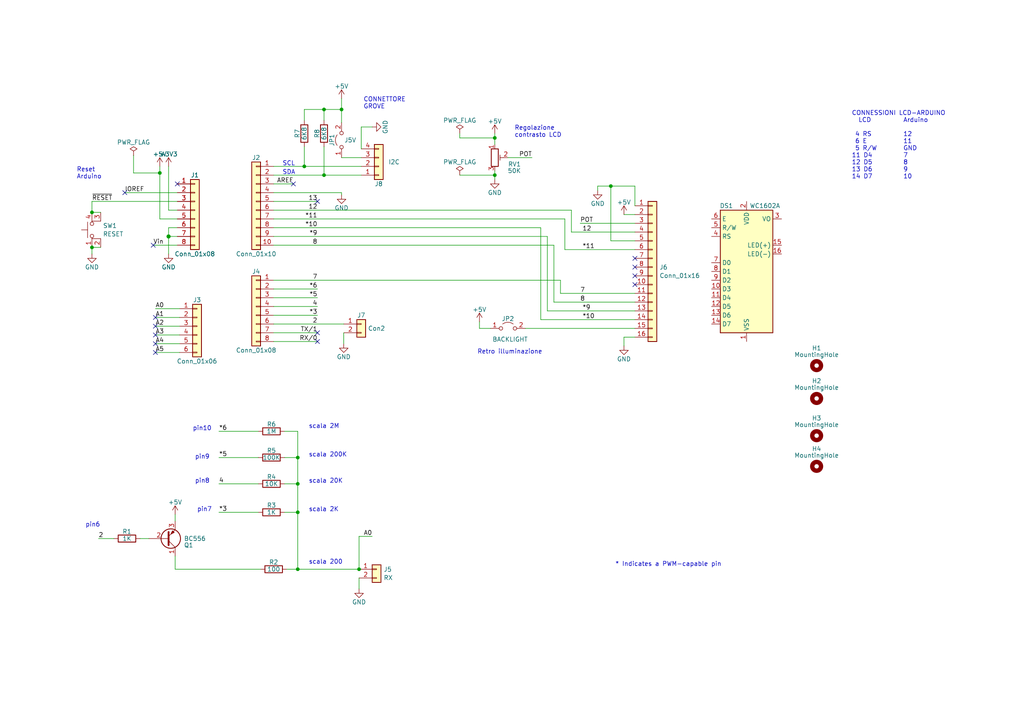
<source format=kicad_sch>
(kicad_sch (version 20230121) (generator eeschema)

  (uuid e63e39d7-6ac0-4ffd-8aa3-1841a4541b55)

  (paper "A4")

  (title_block
    (title "OHMMETRO ARDUINO")
    (date "2024-04-23")
    (company "SCUOLA MATTEI")
    (comment 2 "A SCALA AUTOMATICA 200, 2K, 20K, 200K, 2M")
  )

  (lib_symbols
    (symbol "Connector_Generic:Conn_01x02" (pin_names (offset 1.016) hide) (in_bom yes) (on_board yes)
      (property "Reference" "J" (at 0 2.54 0)
        (effects (font (size 1.27 1.27)))
      )
      (property "Value" "Conn_01x02" (at 0 -5.08 0)
        (effects (font (size 1.27 1.27)))
      )
      (property "Footprint" "" (at 0 0 0)
        (effects (font (size 1.27 1.27)) hide)
      )
      (property "Datasheet" "~" (at 0 0 0)
        (effects (font (size 1.27 1.27)) hide)
      )
      (property "ki_keywords" "connector" (at 0 0 0)
        (effects (font (size 1.27 1.27)) hide)
      )
      (property "ki_description" "Generic connector, single row, 01x02, script generated (kicad-library-utils/schlib/autogen/connector/)" (at 0 0 0)
        (effects (font (size 1.27 1.27)) hide)
      )
      (property "ki_fp_filters" "Connector*:*_1x??_*" (at 0 0 0)
        (effects (font (size 1.27 1.27)) hide)
      )
      (symbol "Conn_01x02_1_1"
        (rectangle (start -1.27 -2.413) (end 0 -2.667)
          (stroke (width 0.1524) (type default))
          (fill (type none))
        )
        (rectangle (start -1.27 0.127) (end 0 -0.127)
          (stroke (width 0.1524) (type default))
          (fill (type none))
        )
        (rectangle (start -1.27 1.27) (end 1.27 -3.81)
          (stroke (width 0.254) (type default))
          (fill (type background))
        )
        (pin passive line (at -5.08 0 0) (length 3.81)
          (name "Pin_1" (effects (font (size 1.27 1.27))))
          (number "1" (effects (font (size 1.27 1.27))))
        )
        (pin passive line (at -5.08 -2.54 0) (length 3.81)
          (name "Pin_2" (effects (font (size 1.27 1.27))))
          (number "2" (effects (font (size 1.27 1.27))))
        )
      )
    )
    (symbol "Connector_Generic:Conn_01x04" (pin_names (offset 1.016) hide) (in_bom yes) (on_board yes)
      (property "Reference" "J" (at 0 5.08 0)
        (effects (font (size 1.27 1.27)))
      )
      (property "Value" "Conn_01x04" (at 0 -7.62 0)
        (effects (font (size 1.27 1.27)))
      )
      (property "Footprint" "" (at 0 0 0)
        (effects (font (size 1.27 1.27)) hide)
      )
      (property "Datasheet" "~" (at 0 0 0)
        (effects (font (size 1.27 1.27)) hide)
      )
      (property "ki_keywords" "connector" (at 0 0 0)
        (effects (font (size 1.27 1.27)) hide)
      )
      (property "ki_description" "Generic connector, single row, 01x04, script generated (kicad-library-utils/schlib/autogen/connector/)" (at 0 0 0)
        (effects (font (size 1.27 1.27)) hide)
      )
      (property "ki_fp_filters" "Connector*:*_1x??_*" (at 0 0 0)
        (effects (font (size 1.27 1.27)) hide)
      )
      (symbol "Conn_01x04_1_1"
        (rectangle (start -1.27 -4.953) (end 0 -5.207)
          (stroke (width 0.1524) (type default))
          (fill (type none))
        )
        (rectangle (start -1.27 -2.413) (end 0 -2.667)
          (stroke (width 0.1524) (type default))
          (fill (type none))
        )
        (rectangle (start -1.27 0.127) (end 0 -0.127)
          (stroke (width 0.1524) (type default))
          (fill (type none))
        )
        (rectangle (start -1.27 2.667) (end 0 2.413)
          (stroke (width 0.1524) (type default))
          (fill (type none))
        )
        (rectangle (start -1.27 3.81) (end 1.27 -6.35)
          (stroke (width 0.254) (type default))
          (fill (type background))
        )
        (pin passive line (at -5.08 2.54 0) (length 3.81)
          (name "Pin_1" (effects (font (size 1.27 1.27))))
          (number "1" (effects (font (size 1.27 1.27))))
        )
        (pin passive line (at -5.08 0 0) (length 3.81)
          (name "Pin_2" (effects (font (size 1.27 1.27))))
          (number "2" (effects (font (size 1.27 1.27))))
        )
        (pin passive line (at -5.08 -2.54 0) (length 3.81)
          (name "Pin_3" (effects (font (size 1.27 1.27))))
          (number "3" (effects (font (size 1.27 1.27))))
        )
        (pin passive line (at -5.08 -5.08 0) (length 3.81)
          (name "Pin_4" (effects (font (size 1.27 1.27))))
          (number "4" (effects (font (size 1.27 1.27))))
        )
      )
    )
    (symbol "Connector_Generic:Conn_01x06" (pin_names (offset 1.016) hide) (in_bom yes) (on_board yes)
      (property "Reference" "J" (at 0 7.62 0)
        (effects (font (size 1.27 1.27)))
      )
      (property "Value" "Conn_01x06" (at 0 -10.16 0)
        (effects (font (size 1.27 1.27)))
      )
      (property "Footprint" "" (at 0 0 0)
        (effects (font (size 1.27 1.27)) hide)
      )
      (property "Datasheet" "~" (at 0 0 0)
        (effects (font (size 1.27 1.27)) hide)
      )
      (property "ki_keywords" "connector" (at 0 0 0)
        (effects (font (size 1.27 1.27)) hide)
      )
      (property "ki_description" "Generic connector, single row, 01x06, script generated (kicad-library-utils/schlib/autogen/connector/)" (at 0 0 0)
        (effects (font (size 1.27 1.27)) hide)
      )
      (property "ki_fp_filters" "Connector*:*_1x??_*" (at 0 0 0)
        (effects (font (size 1.27 1.27)) hide)
      )
      (symbol "Conn_01x06_1_1"
        (rectangle (start -1.27 -7.493) (end 0 -7.747)
          (stroke (width 0.1524) (type default))
          (fill (type none))
        )
        (rectangle (start -1.27 -4.953) (end 0 -5.207)
          (stroke (width 0.1524) (type default))
          (fill (type none))
        )
        (rectangle (start -1.27 -2.413) (end 0 -2.667)
          (stroke (width 0.1524) (type default))
          (fill (type none))
        )
        (rectangle (start -1.27 0.127) (end 0 -0.127)
          (stroke (width 0.1524) (type default))
          (fill (type none))
        )
        (rectangle (start -1.27 2.667) (end 0 2.413)
          (stroke (width 0.1524) (type default))
          (fill (type none))
        )
        (rectangle (start -1.27 5.207) (end 0 4.953)
          (stroke (width 0.1524) (type default))
          (fill (type none))
        )
        (rectangle (start -1.27 6.35) (end 1.27 -8.89)
          (stroke (width 0.254) (type default))
          (fill (type background))
        )
        (pin passive line (at -5.08 5.08 0) (length 3.81)
          (name "Pin_1" (effects (font (size 1.27 1.27))))
          (number "1" (effects (font (size 1.27 1.27))))
        )
        (pin passive line (at -5.08 2.54 0) (length 3.81)
          (name "Pin_2" (effects (font (size 1.27 1.27))))
          (number "2" (effects (font (size 1.27 1.27))))
        )
        (pin passive line (at -5.08 0 0) (length 3.81)
          (name "Pin_3" (effects (font (size 1.27 1.27))))
          (number "3" (effects (font (size 1.27 1.27))))
        )
        (pin passive line (at -5.08 -2.54 0) (length 3.81)
          (name "Pin_4" (effects (font (size 1.27 1.27))))
          (number "4" (effects (font (size 1.27 1.27))))
        )
        (pin passive line (at -5.08 -5.08 0) (length 3.81)
          (name "Pin_5" (effects (font (size 1.27 1.27))))
          (number "5" (effects (font (size 1.27 1.27))))
        )
        (pin passive line (at -5.08 -7.62 0) (length 3.81)
          (name "Pin_6" (effects (font (size 1.27 1.27))))
          (number "6" (effects (font (size 1.27 1.27))))
        )
      )
    )
    (symbol "Connector_Generic:Conn_01x08" (pin_names (offset 1.016) hide) (in_bom yes) (on_board yes)
      (property "Reference" "J" (at 0 10.16 0)
        (effects (font (size 1.27 1.27)))
      )
      (property "Value" "Conn_01x08" (at 0 -12.7 0)
        (effects (font (size 1.27 1.27)))
      )
      (property "Footprint" "" (at 0 0 0)
        (effects (font (size 1.27 1.27)) hide)
      )
      (property "Datasheet" "~" (at 0 0 0)
        (effects (font (size 1.27 1.27)) hide)
      )
      (property "ki_keywords" "connector" (at 0 0 0)
        (effects (font (size 1.27 1.27)) hide)
      )
      (property "ki_description" "Generic connector, single row, 01x08, script generated (kicad-library-utils/schlib/autogen/connector/)" (at 0 0 0)
        (effects (font (size 1.27 1.27)) hide)
      )
      (property "ki_fp_filters" "Connector*:*_1x??_*" (at 0 0 0)
        (effects (font (size 1.27 1.27)) hide)
      )
      (symbol "Conn_01x08_1_1"
        (rectangle (start -1.27 -10.033) (end 0 -10.287)
          (stroke (width 0.1524) (type default))
          (fill (type none))
        )
        (rectangle (start -1.27 -7.493) (end 0 -7.747)
          (stroke (width 0.1524) (type default))
          (fill (type none))
        )
        (rectangle (start -1.27 -4.953) (end 0 -5.207)
          (stroke (width 0.1524) (type default))
          (fill (type none))
        )
        (rectangle (start -1.27 -2.413) (end 0 -2.667)
          (stroke (width 0.1524) (type default))
          (fill (type none))
        )
        (rectangle (start -1.27 0.127) (end 0 -0.127)
          (stroke (width 0.1524) (type default))
          (fill (type none))
        )
        (rectangle (start -1.27 2.667) (end 0 2.413)
          (stroke (width 0.1524) (type default))
          (fill (type none))
        )
        (rectangle (start -1.27 5.207) (end 0 4.953)
          (stroke (width 0.1524) (type default))
          (fill (type none))
        )
        (rectangle (start -1.27 7.747) (end 0 7.493)
          (stroke (width 0.1524) (type default))
          (fill (type none))
        )
        (rectangle (start -1.27 8.89) (end 1.27 -11.43)
          (stroke (width 0.254) (type default))
          (fill (type background))
        )
        (pin passive line (at -5.08 7.62 0) (length 3.81)
          (name "Pin_1" (effects (font (size 1.27 1.27))))
          (number "1" (effects (font (size 1.27 1.27))))
        )
        (pin passive line (at -5.08 5.08 0) (length 3.81)
          (name "Pin_2" (effects (font (size 1.27 1.27))))
          (number "2" (effects (font (size 1.27 1.27))))
        )
        (pin passive line (at -5.08 2.54 0) (length 3.81)
          (name "Pin_3" (effects (font (size 1.27 1.27))))
          (number "3" (effects (font (size 1.27 1.27))))
        )
        (pin passive line (at -5.08 0 0) (length 3.81)
          (name "Pin_4" (effects (font (size 1.27 1.27))))
          (number "4" (effects (font (size 1.27 1.27))))
        )
        (pin passive line (at -5.08 -2.54 0) (length 3.81)
          (name "Pin_5" (effects (font (size 1.27 1.27))))
          (number "5" (effects (font (size 1.27 1.27))))
        )
        (pin passive line (at -5.08 -5.08 0) (length 3.81)
          (name "Pin_6" (effects (font (size 1.27 1.27))))
          (number "6" (effects (font (size 1.27 1.27))))
        )
        (pin passive line (at -5.08 -7.62 0) (length 3.81)
          (name "Pin_7" (effects (font (size 1.27 1.27))))
          (number "7" (effects (font (size 1.27 1.27))))
        )
        (pin passive line (at -5.08 -10.16 0) (length 3.81)
          (name "Pin_8" (effects (font (size 1.27 1.27))))
          (number "8" (effects (font (size 1.27 1.27))))
        )
      )
    )
    (symbol "Connector_Generic:Conn_01x10" (pin_names (offset 1.016) hide) (in_bom yes) (on_board yes)
      (property "Reference" "J" (at 0 12.7 0)
        (effects (font (size 1.27 1.27)))
      )
      (property "Value" "Conn_01x10" (at 0 -15.24 0)
        (effects (font (size 1.27 1.27)))
      )
      (property "Footprint" "" (at 0 0 0)
        (effects (font (size 1.27 1.27)) hide)
      )
      (property "Datasheet" "~" (at 0 0 0)
        (effects (font (size 1.27 1.27)) hide)
      )
      (property "ki_keywords" "connector" (at 0 0 0)
        (effects (font (size 1.27 1.27)) hide)
      )
      (property "ki_description" "Generic connector, single row, 01x10, script generated (kicad-library-utils/schlib/autogen/connector/)" (at 0 0 0)
        (effects (font (size 1.27 1.27)) hide)
      )
      (property "ki_fp_filters" "Connector*:*_1x??_*" (at 0 0 0)
        (effects (font (size 1.27 1.27)) hide)
      )
      (symbol "Conn_01x10_1_1"
        (rectangle (start -1.27 -12.573) (end 0 -12.827)
          (stroke (width 0.1524) (type default))
          (fill (type none))
        )
        (rectangle (start -1.27 -10.033) (end 0 -10.287)
          (stroke (width 0.1524) (type default))
          (fill (type none))
        )
        (rectangle (start -1.27 -7.493) (end 0 -7.747)
          (stroke (width 0.1524) (type default))
          (fill (type none))
        )
        (rectangle (start -1.27 -4.953) (end 0 -5.207)
          (stroke (width 0.1524) (type default))
          (fill (type none))
        )
        (rectangle (start -1.27 -2.413) (end 0 -2.667)
          (stroke (width 0.1524) (type default))
          (fill (type none))
        )
        (rectangle (start -1.27 0.127) (end 0 -0.127)
          (stroke (width 0.1524) (type default))
          (fill (type none))
        )
        (rectangle (start -1.27 2.667) (end 0 2.413)
          (stroke (width 0.1524) (type default))
          (fill (type none))
        )
        (rectangle (start -1.27 5.207) (end 0 4.953)
          (stroke (width 0.1524) (type default))
          (fill (type none))
        )
        (rectangle (start -1.27 7.747) (end 0 7.493)
          (stroke (width 0.1524) (type default))
          (fill (type none))
        )
        (rectangle (start -1.27 10.287) (end 0 10.033)
          (stroke (width 0.1524) (type default))
          (fill (type none))
        )
        (rectangle (start -1.27 11.43) (end 1.27 -13.97)
          (stroke (width 0.254) (type default))
          (fill (type background))
        )
        (pin passive line (at -5.08 10.16 0) (length 3.81)
          (name "Pin_1" (effects (font (size 1.27 1.27))))
          (number "1" (effects (font (size 1.27 1.27))))
        )
        (pin passive line (at -5.08 -12.7 0) (length 3.81)
          (name "Pin_10" (effects (font (size 1.27 1.27))))
          (number "10" (effects (font (size 1.27 1.27))))
        )
        (pin passive line (at -5.08 7.62 0) (length 3.81)
          (name "Pin_2" (effects (font (size 1.27 1.27))))
          (number "2" (effects (font (size 1.27 1.27))))
        )
        (pin passive line (at -5.08 5.08 0) (length 3.81)
          (name "Pin_3" (effects (font (size 1.27 1.27))))
          (number "3" (effects (font (size 1.27 1.27))))
        )
        (pin passive line (at -5.08 2.54 0) (length 3.81)
          (name "Pin_4" (effects (font (size 1.27 1.27))))
          (number "4" (effects (font (size 1.27 1.27))))
        )
        (pin passive line (at -5.08 0 0) (length 3.81)
          (name "Pin_5" (effects (font (size 1.27 1.27))))
          (number "5" (effects (font (size 1.27 1.27))))
        )
        (pin passive line (at -5.08 -2.54 0) (length 3.81)
          (name "Pin_6" (effects (font (size 1.27 1.27))))
          (number "6" (effects (font (size 1.27 1.27))))
        )
        (pin passive line (at -5.08 -5.08 0) (length 3.81)
          (name "Pin_7" (effects (font (size 1.27 1.27))))
          (number "7" (effects (font (size 1.27 1.27))))
        )
        (pin passive line (at -5.08 -7.62 0) (length 3.81)
          (name "Pin_8" (effects (font (size 1.27 1.27))))
          (number "8" (effects (font (size 1.27 1.27))))
        )
        (pin passive line (at -5.08 -10.16 0) (length 3.81)
          (name "Pin_9" (effects (font (size 1.27 1.27))))
          (number "9" (effects (font (size 1.27 1.27))))
        )
      )
    )
    (symbol "Connector_Generic:Conn_01x16" (pin_names (offset 1.016) hide) (in_bom yes) (on_board yes)
      (property "Reference" "J" (at 0 20.32 0)
        (effects (font (size 1.27 1.27)))
      )
      (property "Value" "Conn_01x16" (at 0 -22.86 0)
        (effects (font (size 1.27 1.27)))
      )
      (property "Footprint" "" (at 0 0 0)
        (effects (font (size 1.27 1.27)) hide)
      )
      (property "Datasheet" "~" (at 0 0 0)
        (effects (font (size 1.27 1.27)) hide)
      )
      (property "ki_keywords" "connector" (at 0 0 0)
        (effects (font (size 1.27 1.27)) hide)
      )
      (property "ki_description" "Generic connector, single row, 01x16, script generated (kicad-library-utils/schlib/autogen/connector/)" (at 0 0 0)
        (effects (font (size 1.27 1.27)) hide)
      )
      (property "ki_fp_filters" "Connector*:*_1x??_*" (at 0 0 0)
        (effects (font (size 1.27 1.27)) hide)
      )
      (symbol "Conn_01x16_1_1"
        (rectangle (start -1.27 -20.193) (end 0 -20.447)
          (stroke (width 0.1524) (type default))
          (fill (type none))
        )
        (rectangle (start -1.27 -17.653) (end 0 -17.907)
          (stroke (width 0.1524) (type default))
          (fill (type none))
        )
        (rectangle (start -1.27 -15.113) (end 0 -15.367)
          (stroke (width 0.1524) (type default))
          (fill (type none))
        )
        (rectangle (start -1.27 -12.573) (end 0 -12.827)
          (stroke (width 0.1524) (type default))
          (fill (type none))
        )
        (rectangle (start -1.27 -10.033) (end 0 -10.287)
          (stroke (width 0.1524) (type default))
          (fill (type none))
        )
        (rectangle (start -1.27 -7.493) (end 0 -7.747)
          (stroke (width 0.1524) (type default))
          (fill (type none))
        )
        (rectangle (start -1.27 -4.953) (end 0 -5.207)
          (stroke (width 0.1524) (type default))
          (fill (type none))
        )
        (rectangle (start -1.27 -2.413) (end 0 -2.667)
          (stroke (width 0.1524) (type default))
          (fill (type none))
        )
        (rectangle (start -1.27 0.127) (end 0 -0.127)
          (stroke (width 0.1524) (type default))
          (fill (type none))
        )
        (rectangle (start -1.27 2.667) (end 0 2.413)
          (stroke (width 0.1524) (type default))
          (fill (type none))
        )
        (rectangle (start -1.27 5.207) (end 0 4.953)
          (stroke (width 0.1524) (type default))
          (fill (type none))
        )
        (rectangle (start -1.27 7.747) (end 0 7.493)
          (stroke (width 0.1524) (type default))
          (fill (type none))
        )
        (rectangle (start -1.27 10.287) (end 0 10.033)
          (stroke (width 0.1524) (type default))
          (fill (type none))
        )
        (rectangle (start -1.27 12.827) (end 0 12.573)
          (stroke (width 0.1524) (type default))
          (fill (type none))
        )
        (rectangle (start -1.27 15.367) (end 0 15.113)
          (stroke (width 0.1524) (type default))
          (fill (type none))
        )
        (rectangle (start -1.27 17.907) (end 0 17.653)
          (stroke (width 0.1524) (type default))
          (fill (type none))
        )
        (rectangle (start -1.27 19.05) (end 1.27 -21.59)
          (stroke (width 0.254) (type default))
          (fill (type background))
        )
        (pin passive line (at -5.08 17.78 0) (length 3.81)
          (name "Pin_1" (effects (font (size 1.27 1.27))))
          (number "1" (effects (font (size 1.27 1.27))))
        )
        (pin passive line (at -5.08 -5.08 0) (length 3.81)
          (name "Pin_10" (effects (font (size 1.27 1.27))))
          (number "10" (effects (font (size 1.27 1.27))))
        )
        (pin passive line (at -5.08 -7.62 0) (length 3.81)
          (name "Pin_11" (effects (font (size 1.27 1.27))))
          (number "11" (effects (font (size 1.27 1.27))))
        )
        (pin passive line (at -5.08 -10.16 0) (length 3.81)
          (name "Pin_12" (effects (font (size 1.27 1.27))))
          (number "12" (effects (font (size 1.27 1.27))))
        )
        (pin passive line (at -5.08 -12.7 0) (length 3.81)
          (name "Pin_13" (effects (font (size 1.27 1.27))))
          (number "13" (effects (font (size 1.27 1.27))))
        )
        (pin passive line (at -5.08 -15.24 0) (length 3.81)
          (name "Pin_14" (effects (font (size 1.27 1.27))))
          (number "14" (effects (font (size 1.27 1.27))))
        )
        (pin passive line (at -5.08 -17.78 0) (length 3.81)
          (name "Pin_15" (effects (font (size 1.27 1.27))))
          (number "15" (effects (font (size 1.27 1.27))))
        )
        (pin passive line (at -5.08 -20.32 0) (length 3.81)
          (name "Pin_16" (effects (font (size 1.27 1.27))))
          (number "16" (effects (font (size 1.27 1.27))))
        )
        (pin passive line (at -5.08 15.24 0) (length 3.81)
          (name "Pin_2" (effects (font (size 1.27 1.27))))
          (number "2" (effects (font (size 1.27 1.27))))
        )
        (pin passive line (at -5.08 12.7 0) (length 3.81)
          (name "Pin_3" (effects (font (size 1.27 1.27))))
          (number "3" (effects (font (size 1.27 1.27))))
        )
        (pin passive line (at -5.08 10.16 0) (length 3.81)
          (name "Pin_4" (effects (font (size 1.27 1.27))))
          (number "4" (effects (font (size 1.27 1.27))))
        )
        (pin passive line (at -5.08 7.62 0) (length 3.81)
          (name "Pin_5" (effects (font (size 1.27 1.27))))
          (number "5" (effects (font (size 1.27 1.27))))
        )
        (pin passive line (at -5.08 5.08 0) (length 3.81)
          (name "Pin_6" (effects (font (size 1.27 1.27))))
          (number "6" (effects (font (size 1.27 1.27))))
        )
        (pin passive line (at -5.08 2.54 0) (length 3.81)
          (name "Pin_7" (effects (font (size 1.27 1.27))))
          (number "7" (effects (font (size 1.27 1.27))))
        )
        (pin passive line (at -5.08 0 0) (length 3.81)
          (name "Pin_8" (effects (font (size 1.27 1.27))))
          (number "8" (effects (font (size 1.27 1.27))))
        )
        (pin passive line (at -5.08 -2.54 0) (length 3.81)
          (name "Pin_9" (effects (font (size 1.27 1.27))))
          (number "9" (effects (font (size 1.27 1.27))))
        )
      )
    )
    (symbol "Device:R" (pin_numbers hide) (pin_names (offset 0)) (in_bom yes) (on_board yes)
      (property "Reference" "R" (at 2.032 0 90)
        (effects (font (size 1.27 1.27)))
      )
      (property "Value" "R" (at 0 0 90)
        (effects (font (size 1.27 1.27)))
      )
      (property "Footprint" "" (at -1.778 0 90)
        (effects (font (size 1.27 1.27)) hide)
      )
      (property "Datasheet" "~" (at 0 0 0)
        (effects (font (size 1.27 1.27)) hide)
      )
      (property "ki_keywords" "R res resistor" (at 0 0 0)
        (effects (font (size 1.27 1.27)) hide)
      )
      (property "ki_description" "Resistor" (at 0 0 0)
        (effects (font (size 1.27 1.27)) hide)
      )
      (property "ki_fp_filters" "R_*" (at 0 0 0)
        (effects (font (size 1.27 1.27)) hide)
      )
      (symbol "R_0_1"
        (rectangle (start -1.016 -2.54) (end 1.016 2.54)
          (stroke (width 0.254) (type default))
          (fill (type none))
        )
      )
      (symbol "R_1_1"
        (pin passive line (at 0 3.81 270) (length 1.27)
          (name "~" (effects (font (size 1.27 1.27))))
          (number "1" (effects (font (size 1.27 1.27))))
        )
        (pin passive line (at 0 -3.81 90) (length 1.27)
          (name "~" (effects (font (size 1.27 1.27))))
          (number "2" (effects (font (size 1.27 1.27))))
        )
      )
    )
    (symbol "Device:R_Potentiometer_Trim" (pin_names (offset 1.016) hide) (in_bom yes) (on_board yes)
      (property "Reference" "RV" (at -4.445 0 90)
        (effects (font (size 1.27 1.27)))
      )
      (property "Value" "R_Potentiometer_Trim" (at -2.54 0 90)
        (effects (font (size 1.27 1.27)))
      )
      (property "Footprint" "" (at 0 0 0)
        (effects (font (size 1.27 1.27)) hide)
      )
      (property "Datasheet" "~" (at 0 0 0)
        (effects (font (size 1.27 1.27)) hide)
      )
      (property "ki_keywords" "resistor variable trimpot trimmer" (at 0 0 0)
        (effects (font (size 1.27 1.27)) hide)
      )
      (property "ki_description" "Trim-potentiometer" (at 0 0 0)
        (effects (font (size 1.27 1.27)) hide)
      )
      (property "ki_fp_filters" "Potentiometer*" (at 0 0 0)
        (effects (font (size 1.27 1.27)) hide)
      )
      (symbol "R_Potentiometer_Trim_0_1"
        (polyline
          (pts
            (xy 1.524 0.762)
            (xy 1.524 -0.762)
          )
          (stroke (width 0) (type default))
          (fill (type none))
        )
        (polyline
          (pts
            (xy 2.54 0)
            (xy 1.524 0)
          )
          (stroke (width 0) (type default))
          (fill (type none))
        )
        (rectangle (start 1.016 2.54) (end -1.016 -2.54)
          (stroke (width 0.254) (type default))
          (fill (type none))
        )
      )
      (symbol "R_Potentiometer_Trim_1_1"
        (pin passive line (at 0 3.81 270) (length 1.27)
          (name "1" (effects (font (size 1.27 1.27))))
          (number "1" (effects (font (size 1.27 1.27))))
        )
        (pin passive line (at 3.81 0 180) (length 1.27)
          (name "2" (effects (font (size 1.27 1.27))))
          (number "2" (effects (font (size 1.27 1.27))))
        )
        (pin passive line (at 0 -3.81 90) (length 1.27)
          (name "3" (effects (font (size 1.27 1.27))))
          (number "3" (effects (font (size 1.27 1.27))))
        )
      )
    )
    (symbol "Display_Character:WC1602A" (in_bom yes) (on_board yes)
      (property "Reference" "DS" (at -5.842 19.05 0)
        (effects (font (size 1.27 1.27)))
      )
      (property "Value" "WC1602A" (at 5.334 19.05 0)
        (effects (font (size 1.27 1.27)))
      )
      (property "Footprint" "Display:WC1602A" (at 0 -22.86 0)
        (effects (font (size 1.27 1.27) italic) hide)
      )
      (property "Datasheet" "http://www.wincomlcd.com/pdf/WC1602A-SFYLYHTC06.pdf" (at 17.78 0 0)
        (effects (font (size 1.27 1.27)) hide)
      )
      (property "ki_keywords" "display LCD dot-matrix" (at 0 0 0)
        (effects (font (size 1.27 1.27)) hide)
      )
      (property "ki_description" "LCD 16x2 Alphanumeric , 8 bit parallel bus, 5V VDD" (at 0 0 0)
        (effects (font (size 1.27 1.27)) hide)
      )
      (property "ki_fp_filters" "*WC*1602A*" (at 0 0 0)
        (effects (font (size 1.27 1.27)) hide)
      )
      (symbol "WC1602A_1_1"
        (rectangle (start -7.62 17.78) (end 7.62 -17.78)
          (stroke (width 0.254) (type default))
          (fill (type background))
        )
        (pin power_in line (at 0 -20.32 90) (length 2.54)
          (name "VSS" (effects (font (size 1.27 1.27))))
          (number "1" (effects (font (size 1.27 1.27))))
        )
        (pin input line (at -10.16 -5.08 0) (length 2.54)
          (name "D3" (effects (font (size 1.27 1.27))))
          (number "10" (effects (font (size 1.27 1.27))))
        )
        (pin input line (at -10.16 -7.62 0) (length 2.54)
          (name "D4" (effects (font (size 1.27 1.27))))
          (number "11" (effects (font (size 1.27 1.27))))
        )
        (pin input line (at -10.16 -10.16 0) (length 2.54)
          (name "D5" (effects (font (size 1.27 1.27))))
          (number "12" (effects (font (size 1.27 1.27))))
        )
        (pin input line (at -10.16 -12.7 0) (length 2.54)
          (name "D6" (effects (font (size 1.27 1.27))))
          (number "13" (effects (font (size 1.27 1.27))))
        )
        (pin input line (at -10.16 -15.24 0) (length 2.54)
          (name "D7" (effects (font (size 1.27 1.27))))
          (number "14" (effects (font (size 1.27 1.27))))
        )
        (pin power_in line (at 10.16 7.62 180) (length 2.54)
          (name "LED(+)" (effects (font (size 1.27 1.27))))
          (number "15" (effects (font (size 1.27 1.27))))
        )
        (pin power_in line (at 10.16 5.08 180) (length 2.54)
          (name "LED(-)" (effects (font (size 1.27 1.27))))
          (number "16" (effects (font (size 1.27 1.27))))
        )
        (pin power_in line (at 0 20.32 270) (length 2.54)
          (name "VDD" (effects (font (size 1.27 1.27))))
          (number "2" (effects (font (size 1.27 1.27))))
        )
        (pin input line (at 10.16 15.24 180) (length 2.54)
          (name "VO" (effects (font (size 1.27 1.27))))
          (number "3" (effects (font (size 1.27 1.27))))
        )
        (pin input line (at -10.16 10.16 0) (length 2.54)
          (name "RS" (effects (font (size 1.27 1.27))))
          (number "4" (effects (font (size 1.27 1.27))))
        )
        (pin input line (at -10.16 12.7 0) (length 2.54)
          (name "R/W" (effects (font (size 1.27 1.27))))
          (number "5" (effects (font (size 1.27 1.27))))
        )
        (pin input line (at -10.16 15.24 0) (length 2.54)
          (name "E" (effects (font (size 1.27 1.27))))
          (number "6" (effects (font (size 1.27 1.27))))
        )
        (pin input line (at -10.16 2.54 0) (length 2.54)
          (name "D0" (effects (font (size 1.27 1.27))))
          (number "7" (effects (font (size 1.27 1.27))))
        )
        (pin input line (at -10.16 0 0) (length 2.54)
          (name "D1" (effects (font (size 1.27 1.27))))
          (number "8" (effects (font (size 1.27 1.27))))
        )
        (pin input line (at -10.16 -2.54 0) (length 2.54)
          (name "D2" (effects (font (size 1.27 1.27))))
          (number "9" (effects (font (size 1.27 1.27))))
        )
      )
    )
    (symbol "Jumper:Jumper_2_Open" (pin_names (offset 0) hide) (in_bom yes) (on_board yes)
      (property "Reference" "JP" (at 0 2.794 0)
        (effects (font (size 1.27 1.27)))
      )
      (property "Value" "Jumper_2_Open" (at 0 -2.286 0)
        (effects (font (size 1.27 1.27)))
      )
      (property "Footprint" "" (at 0 0 0)
        (effects (font (size 1.27 1.27)) hide)
      )
      (property "Datasheet" "~" (at 0 0 0)
        (effects (font (size 1.27 1.27)) hide)
      )
      (property "ki_keywords" "Jumper SPST" (at 0 0 0)
        (effects (font (size 1.27 1.27)) hide)
      )
      (property "ki_description" "Jumper, 2-pole, open" (at 0 0 0)
        (effects (font (size 1.27 1.27)) hide)
      )
      (property "ki_fp_filters" "Jumper* TestPoint*2Pads* TestPoint*Bridge*" (at 0 0 0)
        (effects (font (size 1.27 1.27)) hide)
      )
      (symbol "Jumper_2_Open_0_0"
        (circle (center -2.032 0) (radius 0.508)
          (stroke (width 0) (type default))
          (fill (type none))
        )
        (circle (center 2.032 0) (radius 0.508)
          (stroke (width 0) (type default))
          (fill (type none))
        )
      )
      (symbol "Jumper_2_Open_0_1"
        (arc (start 1.524 1.27) (mid 0 1.778) (end -1.524 1.27)
          (stroke (width 0) (type default))
          (fill (type none))
        )
      )
      (symbol "Jumper_2_Open_1_1"
        (pin passive line (at -5.08 0 0) (length 2.54)
          (name "A" (effects (font (size 1.27 1.27))))
          (number "1" (effects (font (size 1.27 1.27))))
        )
        (pin passive line (at 5.08 0 180) (length 2.54)
          (name "B" (effects (font (size 1.27 1.27))))
          (number "2" (effects (font (size 1.27 1.27))))
        )
      )
    )
    (symbol "Mechanical:MountingHole" (pin_names (offset 1.016)) (in_bom yes) (on_board yes)
      (property "Reference" "H" (at 0 5.08 0)
        (effects (font (size 1.27 1.27)))
      )
      (property "Value" "MountingHole" (at 0 3.175 0)
        (effects (font (size 1.27 1.27)))
      )
      (property "Footprint" "" (at 0 0 0)
        (effects (font (size 1.27 1.27)) hide)
      )
      (property "Datasheet" "~" (at 0 0 0)
        (effects (font (size 1.27 1.27)) hide)
      )
      (property "ki_keywords" "mounting hole" (at 0 0 0)
        (effects (font (size 1.27 1.27)) hide)
      )
      (property "ki_description" "Mounting Hole without connection" (at 0 0 0)
        (effects (font (size 1.27 1.27)) hide)
      )
      (property "ki_fp_filters" "MountingHole*" (at 0 0 0)
        (effects (font (size 1.27 1.27)) hide)
      )
      (symbol "MountingHole_0_1"
        (circle (center 0 0) (radius 1.27)
          (stroke (width 1.27) (type default))
          (fill (type none))
        )
      )
    )
    (symbol "Switch:SW_MEC_5E" (pin_names (offset 1.016) hide) (in_bom yes) (on_board yes)
      (property "Reference" "SW" (at 0.635 5.715 0)
        (effects (font (size 1.27 1.27)) (justify left))
      )
      (property "Value" "SW_MEC_5E" (at 0 -3.175 0)
        (effects (font (size 1.27 1.27)))
      )
      (property "Footprint" "" (at 0 7.62 0)
        (effects (font (size 1.27 1.27)) hide)
      )
      (property "Datasheet" "http://www.apem.com/int/index.php?controller=attachment&id_attachment=1371" (at 0 7.62 0)
        (effects (font (size 1.27 1.27)) hide)
      )
      (property "ki_keywords" "switch normally-open pushbutton push-button" (at 0 0 0)
        (effects (font (size 1.27 1.27)) hide)
      )
      (property "ki_description" "MEC 5E single pole normally-open tactile switch" (at 0 0 0)
        (effects (font (size 1.27 1.27)) hide)
      )
      (property "ki_fp_filters" "SW*MEC*5G*" (at 0 0 0)
        (effects (font (size 1.27 1.27)) hide)
      )
      (symbol "SW_MEC_5E_0_1"
        (circle (center -1.778 2.54) (radius 0.508)
          (stroke (width 0) (type default))
          (fill (type none))
        )
        (polyline
          (pts
            (xy -2.286 3.81)
            (xy 2.286 3.81)
          )
          (stroke (width 0) (type default))
          (fill (type none))
        )
        (polyline
          (pts
            (xy 0 3.81)
            (xy 0 5.588)
          )
          (stroke (width 0) (type default))
          (fill (type none))
        )
        (polyline
          (pts
            (xy -2.54 0)
            (xy -2.54 2.54)
            (xy -2.286 2.54)
          )
          (stroke (width 0) (type default))
          (fill (type none))
        )
        (polyline
          (pts
            (xy 2.54 0)
            (xy 2.54 2.54)
            (xy 2.286 2.54)
          )
          (stroke (width 0) (type default))
          (fill (type none))
        )
        (circle (center 1.778 2.54) (radius 0.508)
          (stroke (width 0) (type default))
          (fill (type none))
        )
        (pin passive line (at -5.08 2.54 0) (length 2.54)
          (name "1" (effects (font (size 1.27 1.27))))
          (number "1" (effects (font (size 1.27 1.27))))
        )
        (pin passive line (at -5.08 0 0) (length 2.54)
          (name "2" (effects (font (size 1.27 1.27))))
          (number "2" (effects (font (size 1.27 1.27))))
        )
        (pin passive line (at 5.08 0 180) (length 2.54)
          (name "K" (effects (font (size 1.27 1.27))))
          (number "3" (effects (font (size 1.27 1.27))))
        )
        (pin passive line (at 5.08 2.54 180) (length 2.54)
          (name "A" (effects (font (size 1.27 1.27))))
          (number "4" (effects (font (size 1.27 1.27))))
        )
      )
    )
    (symbol "Transistor_BJT:BC556" (pin_names (offset 0) hide) (in_bom yes) (on_board yes)
      (property "Reference" "Q" (at 5.08 1.905 0)
        (effects (font (size 1.27 1.27)) (justify left))
      )
      (property "Value" "BC556" (at 5.08 0 0)
        (effects (font (size 1.27 1.27)) (justify left))
      )
      (property "Footprint" "Package_TO_SOT_THT:TO-92_Inline" (at 5.08 -1.905 0)
        (effects (font (size 1.27 1.27) italic) (justify left) hide)
      )
      (property "Datasheet" "https://www.onsemi.com/pub/Collateral/BC556BTA-D.pdf" (at 0 0 0)
        (effects (font (size 1.27 1.27)) (justify left) hide)
      )
      (property "ki_keywords" "PNP Transistor" (at 0 0 0)
        (effects (font (size 1.27 1.27)) hide)
      )
      (property "ki_description" "0.1A Ic, 65V Vce, PNP Small Signal Transistor, TO-92" (at 0 0 0)
        (effects (font (size 1.27 1.27)) hide)
      )
      (property "ki_fp_filters" "TO?92*" (at 0 0 0)
        (effects (font (size 1.27 1.27)) hide)
      )
      (symbol "BC556_0_1"
        (polyline
          (pts
            (xy 0.635 0.635)
            (xy 2.54 2.54)
          )
          (stroke (width 0) (type default))
          (fill (type none))
        )
        (polyline
          (pts
            (xy 0.635 -0.635)
            (xy 2.54 -2.54)
            (xy 2.54 -2.54)
          )
          (stroke (width 0) (type default))
          (fill (type none))
        )
        (polyline
          (pts
            (xy 0.635 1.905)
            (xy 0.635 -1.905)
            (xy 0.635 -1.905)
          )
          (stroke (width 0.508) (type default))
          (fill (type none))
        )
        (polyline
          (pts
            (xy 2.286 -1.778)
            (xy 1.778 -2.286)
            (xy 1.27 -1.27)
            (xy 2.286 -1.778)
            (xy 2.286 -1.778)
          )
          (stroke (width 0) (type default))
          (fill (type outline))
        )
        (circle (center 1.27 0) (radius 2.8194)
          (stroke (width 0.254) (type default))
          (fill (type none))
        )
      )
      (symbol "BC556_1_1"
        (pin passive line (at 2.54 5.08 270) (length 2.54)
          (name "C" (effects (font (size 1.27 1.27))))
          (number "1" (effects (font (size 1.27 1.27))))
        )
        (pin input line (at -5.08 0 0) (length 5.715)
          (name "B" (effects (font (size 1.27 1.27))))
          (number "2" (effects (font (size 1.27 1.27))))
        )
        (pin passive line (at 2.54 -5.08 90) (length 2.54)
          (name "E" (effects (font (size 1.27 1.27))))
          (number "3" (effects (font (size 1.27 1.27))))
        )
      )
    )
    (symbol "power:+3V3" (power) (pin_names (offset 0)) (in_bom yes) (on_board yes)
      (property "Reference" "#PWR" (at 0 -3.81 0)
        (effects (font (size 1.27 1.27)) hide)
      )
      (property "Value" "+3V3" (at 0 3.556 0)
        (effects (font (size 1.27 1.27)))
      )
      (property "Footprint" "" (at 0 0 0)
        (effects (font (size 1.27 1.27)) hide)
      )
      (property "Datasheet" "" (at 0 0 0)
        (effects (font (size 1.27 1.27)) hide)
      )
      (property "ki_keywords" "global power" (at 0 0 0)
        (effects (font (size 1.27 1.27)) hide)
      )
      (property "ki_description" "Power symbol creates a global label with name \"+3V3\"" (at 0 0 0)
        (effects (font (size 1.27 1.27)) hide)
      )
      (symbol "+3V3_0_1"
        (polyline
          (pts
            (xy -0.762 1.27)
            (xy 0 2.54)
          )
          (stroke (width 0) (type default))
          (fill (type none))
        )
        (polyline
          (pts
            (xy 0 0)
            (xy 0 2.54)
          )
          (stroke (width 0) (type default))
          (fill (type none))
        )
        (polyline
          (pts
            (xy 0 2.54)
            (xy 0.762 1.27)
          )
          (stroke (width 0) (type default))
          (fill (type none))
        )
      )
      (symbol "+3V3_1_1"
        (pin power_in line (at 0 0 90) (length 0) hide
          (name "+3V3" (effects (font (size 1.27 1.27))))
          (number "1" (effects (font (size 1.27 1.27))))
        )
      )
    )
    (symbol "power:+5V" (power) (pin_names (offset 0)) (in_bom yes) (on_board yes)
      (property "Reference" "#PWR" (at 0 -3.81 0)
        (effects (font (size 1.27 1.27)) hide)
      )
      (property "Value" "+5V" (at 0 3.556 0)
        (effects (font (size 1.27 1.27)))
      )
      (property "Footprint" "" (at 0 0 0)
        (effects (font (size 1.27 1.27)) hide)
      )
      (property "Datasheet" "" (at 0 0 0)
        (effects (font (size 1.27 1.27)) hide)
      )
      (property "ki_keywords" "global power" (at 0 0 0)
        (effects (font (size 1.27 1.27)) hide)
      )
      (property "ki_description" "Power symbol creates a global label with name \"+5V\"" (at 0 0 0)
        (effects (font (size 1.27 1.27)) hide)
      )
      (symbol "+5V_0_1"
        (polyline
          (pts
            (xy -0.762 1.27)
            (xy 0 2.54)
          )
          (stroke (width 0) (type default))
          (fill (type none))
        )
        (polyline
          (pts
            (xy 0 0)
            (xy 0 2.54)
          )
          (stroke (width 0) (type default))
          (fill (type none))
        )
        (polyline
          (pts
            (xy 0 2.54)
            (xy 0.762 1.27)
          )
          (stroke (width 0) (type default))
          (fill (type none))
        )
      )
      (symbol "+5V_1_1"
        (pin power_in line (at 0 0 90) (length 0) hide
          (name "+5V" (effects (font (size 1.27 1.27))))
          (number "1" (effects (font (size 1.27 1.27))))
        )
      )
    )
    (symbol "power:GND" (power) (pin_names (offset 0)) (in_bom yes) (on_board yes)
      (property "Reference" "#PWR" (at 0 -6.35 0)
        (effects (font (size 1.27 1.27)) hide)
      )
      (property "Value" "GND" (at 0 -3.81 0)
        (effects (font (size 1.27 1.27)))
      )
      (property "Footprint" "" (at 0 0 0)
        (effects (font (size 1.27 1.27)) hide)
      )
      (property "Datasheet" "" (at 0 0 0)
        (effects (font (size 1.27 1.27)) hide)
      )
      (property "ki_keywords" "global power" (at 0 0 0)
        (effects (font (size 1.27 1.27)) hide)
      )
      (property "ki_description" "Power symbol creates a global label with name \"GND\" , ground" (at 0 0 0)
        (effects (font (size 1.27 1.27)) hide)
      )
      (symbol "GND_0_1"
        (polyline
          (pts
            (xy 0 0)
            (xy 0 -1.27)
            (xy 1.27 -1.27)
            (xy 0 -2.54)
            (xy -1.27 -1.27)
            (xy 0 -1.27)
          )
          (stroke (width 0) (type default))
          (fill (type none))
        )
      )
      (symbol "GND_1_1"
        (pin power_in line (at 0 0 270) (length 0) hide
          (name "GND" (effects (font (size 1.27 1.27))))
          (number "1" (effects (font (size 1.27 1.27))))
        )
      )
    )
    (symbol "power:PWR_FLAG" (power) (pin_numbers hide) (pin_names (offset 0) hide) (in_bom yes) (on_board yes)
      (property "Reference" "#FLG" (at 0 1.905 0)
        (effects (font (size 1.27 1.27)) hide)
      )
      (property "Value" "PWR_FLAG" (at 0 3.81 0)
        (effects (font (size 1.27 1.27)))
      )
      (property "Footprint" "" (at 0 0 0)
        (effects (font (size 1.27 1.27)) hide)
      )
      (property "Datasheet" "~" (at 0 0 0)
        (effects (font (size 1.27 1.27)) hide)
      )
      (property "ki_keywords" "flag power" (at 0 0 0)
        (effects (font (size 1.27 1.27)) hide)
      )
      (property "ki_description" "Special symbol for telling ERC where power comes from" (at 0 0 0)
        (effects (font (size 1.27 1.27)) hide)
      )
      (symbol "PWR_FLAG_0_0"
        (pin power_out line (at 0 0 90) (length 0)
          (name "pwr" (effects (font (size 1.27 1.27))))
          (number "1" (effects (font (size 1.27 1.27))))
        )
      )
      (symbol "PWR_FLAG_0_1"
        (polyline
          (pts
            (xy 0 0)
            (xy 0 1.27)
            (xy -1.016 1.905)
            (xy 0 2.54)
            (xy 1.016 1.905)
            (xy 0 1.27)
          )
          (stroke (width 0) (type default))
          (fill (type none))
        )
      )
    )
  )

  (junction (at 46.355 50.165) (diameter 0) (color 0 0 0 0)
    (uuid 0a91d852-e77d-4bdd-be6f-74f044193291)
  )
  (junction (at 86.36 132.715) (diameter 0) (color 0 0 0 0)
    (uuid 0fa1e4eb-138f-44c6-9b74-218748fee113)
  )
  (junction (at 143.51 40.005) (diameter 0) (color 0 0 0 0)
    (uuid 2aedb8b3-ad88-4794-b85a-9d4f429f8194)
  )
  (junction (at 48.895 68.58) (diameter 1.016) (color 0 0 0 0)
    (uuid 3dcc657b-55a1-48e0-9667-e01e7b6b08b5)
  )
  (junction (at 99.06 31.75) (diameter 0) (color 0 0 0 0)
    (uuid 4b758252-8c2c-4646-99e3-617a23da7e66)
  )
  (junction (at 88.265 48.26) (diameter 0) (color 0 0 0 0)
    (uuid 59adc76f-f075-4168-a49b-7c6890e93486)
  )
  (junction (at 26.67 71.755) (diameter 0) (color 0 0 0 0)
    (uuid 7db99b75-6dbf-4be1-9e4c-8e279d707ff1)
  )
  (junction (at 26.67 61.595) (diameter 0) (color 0 0 0 0)
    (uuid 93f83e3b-e9e4-4f69-bafd-20568d8dd22d)
  )
  (junction (at 143.51 50.8) (diameter 0) (color 0 0 0 0)
    (uuid 96e6d585-f5b3-44d2-9dc0-acab3542803c)
  )
  (junction (at 93.98 31.75) (diameter 0) (color 0 0 0 0)
    (uuid 97d5920d-b637-43a2-aeee-d7f6f1865025)
  )
  (junction (at 86.36 165.1) (diameter 0) (color 0 0 0 0)
    (uuid 9c2a0c1e-8b4f-450d-a4a4-a3cc8ef7a3ff)
  )
  (junction (at 93.98 50.8) (diameter 0) (color 0 0 0 0)
    (uuid 9ddd735d-c536-4d5e-bf84-e2f4f783d368)
  )
  (junction (at 104.14 165.1) (diameter 0) (color 0 0 0 0)
    (uuid a01d32c3-b78b-4551-b67b-8c70cc3f2420)
  )
  (junction (at 177.165 53.975) (diameter 0) (color 0 0 0 0)
    (uuid b037dd28-a390-47cf-a4e9-b714bd2c7385)
  )
  (junction (at 86.36 148.59) (diameter 0) (color 0 0 0 0)
    (uuid db82926b-9150-447d-b776-990e23b318b7)
  )
  (junction (at 86.36 140.335) (diameter 0) (color 0 0 0 0)
    (uuid f8be67a7-84ab-448e-83ca-41eade8483d7)
  )

  (no_connect (at 184.15 77.47) (uuid 087a9e0e-a5a7-46ef-a7b1-18d05fae7ff6))
  (no_connect (at 184.15 82.55) (uuid 0ccebe20-0f62-4a0e-a73c-9e438900ec06))
  (no_connect (at 92.075 58.42) (uuid 0f6512a9-fda7-433f-a857-e6f40d67c72a))
  (no_connect (at 45.085 102.235) (uuid 0f9ac01f-12c3-4784-b246-573f5115f2e6))
  (no_connect (at 85.09 53.34) (uuid 1825f275-93e9-4d6a-999a-4b19b0ee3420))
  (no_connect (at 45.085 99.695) (uuid 221868a1-1bcd-4a7d-a8fb-a8b8a4bd69f2))
  (no_connect (at 45.085 94.615) (uuid 36883bd9-4b32-4de8-901d-e61507d36892))
  (no_connect (at 44.45 71.12) (uuid 3d706913-4268-4df3-a18a-1c62717fb57c))
  (no_connect (at 184.15 80.01) (uuid 40ddbfef-06a7-413d-92bc-653be87faf38))
  (no_connect (at 45.085 92.075) (uuid 6df0822d-d73f-4400-904b-365602ffe7a2))
  (no_connect (at 92.075 99.06) (uuid 9659eca8-589e-474a-bbf1-d97111ffb2b9))
  (no_connect (at 36.195 55.88) (uuid 9cb47bc2-a814-47fa-a1b9-1cbb66d5351d))
  (no_connect (at 45.085 97.155) (uuid a5143d1b-caaa-44b1-a1c9-da3621b3b346))
  (no_connect (at 184.15 74.93) (uuid ac3cc080-b489-4af3-830b-e44b475043c7))
  (no_connect (at 51.435 53.34) (uuid d181157c-7812-47e5-a0cf-9580c905fc86))
  (no_connect (at 92.075 96.52) (uuid fc59cc9c-9d76-4a06-9f16-7931c3834608))

  (wire (pts (xy 79.375 99.06) (xy 92.075 99.06))
    (stroke (width 0) (type solid))
    (uuid 010ba307-2067-49d3-b0fa-6414143f3fc2)
  )
  (wire (pts (xy 63.5 132.715) (xy 74.93 132.715))
    (stroke (width 0) (type default))
    (uuid 04befac8-0289-48b4-bfb4-13bbbee9bc0e)
  )
  (wire (pts (xy 158.75 68.58) (xy 158.75 90.17))
    (stroke (width 0) (type solid))
    (uuid 06051a53-43a3-4b28-9006-c86f172ba0d3)
  )
  (wire (pts (xy 29.21 61.595) (xy 26.67 61.595))
    (stroke (width 0) (type default))
    (uuid 0a7f9cbe-1616-42ae-a1c2-4f8087fa305b)
  )
  (wire (pts (xy 143.51 40.005) (xy 143.51 41.91))
    (stroke (width 0) (type default))
    (uuid 0e7d9525-923f-41b4-bda7-e20160c75dde)
  )
  (wire (pts (xy 93.98 42.545) (xy 93.98 50.8))
    (stroke (width 0) (type default))
    (uuid 0ecfd2c2-9669-4289-8187-9772b1ade141)
  )
  (wire (pts (xy 93.98 31.75) (xy 99.06 31.75))
    (stroke (width 0) (type default))
    (uuid 10d237e6-49f3-4086-9fd2-7e17eb60474e)
  )
  (wire (pts (xy 160.655 71.12) (xy 160.655 87.63))
    (stroke (width 0) (type solid))
    (uuid 1721d7a8-e220-4bb5-b1e9-90e164f4df9e)
  )
  (wire (pts (xy 184.15 59.69) (xy 184.15 53.975))
    (stroke (width 0) (type default))
    (uuid 19a88b83-37ac-4299-ae1d-8a130f2047ac)
  )
  (wire (pts (xy 48.895 66.04) (xy 48.895 68.58))
    (stroke (width 0) (type solid))
    (uuid 1c31b835-925f-4a5c-92df-8f2558bb711b)
  )
  (wire (pts (xy 86.36 148.59) (xy 82.55 148.59))
    (stroke (width 0) (type default))
    (uuid 1d2005e9-fa1f-4765-bdd7-42629ee6dbcc)
  )
  (wire (pts (xy 160.655 87.63) (xy 184.15 87.63))
    (stroke (width 0) (type solid))
    (uuid 231fbb89-c850-4477-9481-49b80411d853)
  )
  (wire (pts (xy 48.895 68.58) (xy 48.895 73.66))
    (stroke (width 0) (type solid))
    (uuid 2df788b2-ce68-49bc-a497-4b6570a17f30)
  )
  (wire (pts (xy 152.4 95.25) (xy 184.15 95.25))
    (stroke (width 0) (type default))
    (uuid 2f0f1e4c-e69c-4b7a-8f29-6ff87eaf3bfa)
  )
  (wire (pts (xy 48.895 60.96) (xy 51.435 60.96))
    (stroke (width 0) (type solid))
    (uuid 3334b11d-5a13-40b4-a117-d693c543e4ab)
  )
  (wire (pts (xy 79.375 71.12) (xy 160.655 71.12))
    (stroke (width 0) (type solid))
    (uuid 360fe423-df2c-4a57-9707-33a6fede808b)
  )
  (wire (pts (xy 46.355 63.5) (xy 51.435 63.5))
    (stroke (width 0) (type solid))
    (uuid 3661f80c-fef8-4441-83be-df8930b3b45e)
  )
  (wire (pts (xy 79.375 50.8) (xy 93.98 50.8))
    (stroke (width 0) (type default))
    (uuid 38160796-789e-4501-ba0e-af69a78d2e4e)
  )
  (wire (pts (xy 46.355 48.26) (xy 46.355 50.165))
    (stroke (width 0) (type solid))
    (uuid 392bf1f6-bf67-427d-8d4c-0a87cb757556)
  )
  (wire (pts (xy 104.775 36.83) (xy 107.95 36.83))
    (stroke (width 0) (type default))
    (uuid 3eddcd23-f26b-4f66-9234-9a3108114233)
  )
  (wire (pts (xy 79.375 58.42) (xy 92.075 58.42))
    (stroke (width 0) (type solid))
    (uuid 4227fa6f-c399-4f14-8228-23e39d2b7e7d)
  )
  (wire (pts (xy 48.895 48.26) (xy 48.895 60.96))
    (stroke (width 0) (type solid))
    (uuid 442fb4de-4d55-45de-bc27-3e6222ceb890)
  )
  (wire (pts (xy 45.085 99.695) (xy 52.07 99.695))
    (stroke (width 0) (type default))
    (uuid 449077fb-8139-4c79-85f5-fba49225283e)
  )
  (wire (pts (xy 180.975 97.79) (xy 180.975 100.33))
    (stroke (width 0) (type default))
    (uuid 47cf4f78-8ef4-4d40-805c-92d2c74b4158)
  )
  (wire (pts (xy 52.07 89.535) (xy 45.085 89.535))
    (stroke (width 0) (type solid))
    (uuid 486ca832-85f4-4989-b0f4-569faf9be534)
  )
  (wire (pts (xy 79.375 68.58) (xy 158.75 68.58))
    (stroke (width 0) (type solid))
    (uuid 4a1391d5-ea09-478c-b4e3-39a82b1743df)
  )
  (wire (pts (xy 86.36 140.335) (xy 86.36 148.59))
    (stroke (width 0) (type default))
    (uuid 4a4b00ec-6858-4261-b3cd-02ea506f1196)
  )
  (wire (pts (xy 79.375 60.96) (xy 165.735 60.96))
    (stroke (width 0) (type solid))
    (uuid 4a910b57-a5cd-4105-ab4f-bde2a80d4f00)
  )
  (wire (pts (xy 86.36 125.095) (xy 86.36 132.715))
    (stroke (width 0) (type default))
    (uuid 4b75603d-40f7-44d8-8f1e-98d33eb5d5d3)
  )
  (wire (pts (xy 79.375 83.82) (xy 92.075 83.82))
    (stroke (width 0) (type solid))
    (uuid 4e60e1af-19bd-45a0-b418-b7030b594dde)
  )
  (wire (pts (xy 165.735 67.31) (xy 184.15 67.31))
    (stroke (width 0) (type default))
    (uuid 5058615c-3634-480a-93ca-601601f13c8f)
  )
  (wire (pts (xy 104.14 155.575) (xy 104.14 165.1))
    (stroke (width 0) (type default))
    (uuid 5232272d-398b-4935-8216-4e5e8223930b)
  )
  (wire (pts (xy 147.32 45.72) (xy 154.305 45.72))
    (stroke (width 0) (type default))
    (uuid 5842eff7-27ea-4a7b-aa56-7adae8d06123)
  )
  (wire (pts (xy 79.375 81.28) (xy 162.56 81.28))
    (stroke (width 0) (type solid))
    (uuid 5c920b51-e615-4677-8a34-6b552e3ced86)
  )
  (wire (pts (xy 184.15 97.79) (xy 180.975 97.79))
    (stroke (width 0) (type default))
    (uuid 5eecbcd8-7178-4c04-9024-c30831dd07a4)
  )
  (wire (pts (xy 88.265 42.545) (xy 88.265 48.26))
    (stroke (width 0) (type default))
    (uuid 5f97bdb0-7b0b-46fe-88f1-4e382932cd65)
  )
  (wire (pts (xy 162.56 85.09) (xy 184.15 85.09))
    (stroke (width 0) (type solid))
    (uuid 6296bdeb-f2e3-4416-aabe-d9d9b566d157)
  )
  (wire (pts (xy 38.735 50.165) (xy 46.355 50.165))
    (stroke (width 0) (type default))
    (uuid 6449ff3d-8421-4619-aa22-de07d3f0e327)
  )
  (wire (pts (xy 93.98 50.8) (xy 104.775 50.8))
    (stroke (width 0) (type default))
    (uuid 650a5887-7d42-4802-b768-3afd7d97998e)
  )
  (wire (pts (xy 104.14 167.64) (xy 104.14 170.815))
    (stroke (width 0) (type default))
    (uuid 68246bde-97e3-4551-b38d-967cb829b29b)
  )
  (wire (pts (xy 99.06 45.72) (xy 104.775 45.72))
    (stroke (width 0) (type default))
    (uuid 68418a72-f74e-4c15-a0fa-ff4a861a2f8a)
  )
  (wire (pts (xy 26.67 71.755) (xy 26.67 73.66))
    (stroke (width 0) (type default))
    (uuid 690001f0-ad4d-44e7-9fe6-f3a5652ef935)
  )
  (wire (pts (xy 79.375 93.98) (xy 99.695 93.98))
    (stroke (width 0) (type default))
    (uuid 6afdf3e2-b020-4df6-8554-7b201b33f61f)
  )
  (wire (pts (xy 86.36 132.715) (xy 86.36 140.335))
    (stroke (width 0) (type default))
    (uuid 6b3cf592-0880-462d-8d87-7f4ac6c41556)
  )
  (wire (pts (xy 50.8 165.1) (xy 75.565 165.1))
    (stroke (width 0) (type default))
    (uuid 6b5d068c-d254-46d5-8e0e-589eeb803641)
  )
  (wire (pts (xy 79.375 88.9) (xy 92.075 88.9))
    (stroke (width 0) (type solid))
    (uuid 6bb3ea5f-9e60-4add-9d97-244be2cf61d2)
  )
  (wire (pts (xy 88.265 48.26) (xy 104.775 48.26))
    (stroke (width 0) (type default))
    (uuid 70907aab-ae54-465a-b16e-3a90e0b7b10f)
  )
  (wire (pts (xy 36.195 55.88) (xy 51.435 55.88))
    (stroke (width 0) (type solid))
    (uuid 73d4774c-1387-4550-b580-a1cc0ac89b89)
  )
  (wire (pts (xy 50.8 161.29) (xy 50.8 165.1))
    (stroke (width 0) (type default))
    (uuid 7428e0dd-5161-46a5-9ead-44c77f8bb51e)
  )
  (wire (pts (xy 156.845 66.04) (xy 156.845 92.71))
    (stroke (width 0) (type solid))
    (uuid 75d12258-30ec-4ed1-95b8-a69209950045)
  )
  (wire (pts (xy 143.51 49.53) (xy 143.51 50.8))
    (stroke (width 0) (type default))
    (uuid 7786dd45-af10-4e47-a469-a29935a7f810)
  )
  (wire (pts (xy 88.265 34.925) (xy 88.265 31.75))
    (stroke (width 0) (type default))
    (uuid 7c609122-3908-47ae-8484-345f436c65bd)
  )
  (wire (pts (xy 163.83 63.5) (xy 163.83 72.39))
    (stroke (width 0) (type solid))
    (uuid 7fcf8e5d-0a8b-434a-82a9-01d3d119aa36)
  )
  (wire (pts (xy 99.06 55.88) (xy 99.06 56.515))
    (stroke (width 0) (type solid))
    (uuid 84ce350c-b0c1-4e69-9ab2-f7ec7b8bb312)
  )
  (wire (pts (xy 163.83 72.39) (xy 184.15 72.39))
    (stroke (width 0) (type solid))
    (uuid 85548c16-a172-46f7-8113-8f323cb59ef7)
  )
  (wire (pts (xy 46.355 50.165) (xy 46.355 63.5))
    (stroke (width 0) (type solid))
    (uuid 88906f90-59af-4754-97a3-30b1178c973d)
  )
  (wire (pts (xy 63.5 125.095) (xy 74.93 125.095))
    (stroke (width 0) (type default))
    (uuid 8a2b143e-dfc9-4da0-878a-8b82cfa2d7a2)
  )
  (wire (pts (xy 79.375 53.34) (xy 85.09 53.34))
    (stroke (width 0) (type solid))
    (uuid 8a3d35a2-f0f6-4dec-a606-7c8e288ca828)
  )
  (wire (pts (xy 139.065 95.25) (xy 139.065 93.345))
    (stroke (width 0) (type default))
    (uuid 8a47a007-d0c5-484a-be6e-fcb04fcdc263)
  )
  (wire (pts (xy 26.67 71.755) (xy 29.21 71.755))
    (stroke (width 0) (type default))
    (uuid 8d4a05dd-f522-47e9-bb29-1d4964e8634f)
  )
  (wire (pts (xy 52.07 94.615) (xy 45.085 94.615))
    (stroke (width 0) (type solid))
    (uuid 9377eb1a-3b12-438c-8ebd-f86ace1e8d25)
  )
  (wire (pts (xy 26.67 58.42) (xy 51.435 58.42))
    (stroke (width 0) (type solid))
    (uuid 93e52853-9d1e-4afe-aee8-b825ab9f5d09)
  )
  (wire (pts (xy 51.435 68.58) (xy 48.895 68.58))
    (stroke (width 0) (type solid))
    (uuid 97df9ac9-dbb8-472e-b84f-3684d0eb5efc)
  )
  (wire (pts (xy 86.36 148.59) (xy 86.36 165.1))
    (stroke (width 0) (type default))
    (uuid a0b169dd-9e14-421d-a392-6a6ba996a40d)
  )
  (wire (pts (xy 184.15 69.85) (xy 177.165 69.85))
    (stroke (width 0) (type default))
    (uuid a1a53bb2-02d5-4e50-a973-a760ad97b0ad)
  )
  (wire (pts (xy 184.15 53.975) (xy 177.165 53.975))
    (stroke (width 0) (type default))
    (uuid a34d125a-6cfb-4332-ab0a-ecc6f5d2211a)
  )
  (wire (pts (xy 180.975 62.23) (xy 184.15 62.23))
    (stroke (width 0) (type default))
    (uuid a5955a3d-5a7d-4e88-8123-48299479ff95)
  )
  (wire (pts (xy 133.35 38.735) (xy 133.35 40.005))
    (stroke (width 0) (type default))
    (uuid a5c747ac-e1e1-4696-853b-ea7f558582d5)
  )
  (wire (pts (xy 88.265 31.75) (xy 93.98 31.75))
    (stroke (width 0) (type default))
    (uuid a6b8c280-d72d-4064-b5d6-ed4af7b723f3)
  )
  (wire (pts (xy 63.5 148.59) (xy 74.93 148.59))
    (stroke (width 0) (type default))
    (uuid a79b7cd7-99a1-48fb-8d47-a0e9ef33c143)
  )
  (wire (pts (xy 45.085 92.075) (xy 52.07 92.075))
    (stroke (width 0) (type solid))
    (uuid aab97e46-23d6-4cbf-8684-537b94306d68)
  )
  (wire (pts (xy 173.355 53.975) (xy 173.355 55.245))
    (stroke (width 0) (type default))
    (uuid ac4b0b80-cdce-460f-9f28-f719d2d93d75)
  )
  (wire (pts (xy 143.51 50.8) (xy 143.51 52.07))
    (stroke (width 0) (type default))
    (uuid af5b0118-79e3-4368-8557-29ef089fa19f)
  )
  (wire (pts (xy 86.36 165.1) (xy 104.14 165.1))
    (stroke (width 0) (type default))
    (uuid afb5e1f0-e076-434b-90da-a9ba678ceb4b)
  )
  (wire (pts (xy 79.375 66.04) (xy 156.845 66.04))
    (stroke (width 0) (type solid))
    (uuid b0448a4f-42eb-4155-a413-6bdfb38bbe21)
  )
  (wire (pts (xy 99.695 96.52) (xy 99.695 99.695))
    (stroke (width 0) (type default))
    (uuid b3f1f438-2469-4e1f-83c2-3b53e63203fd)
  )
  (wire (pts (xy 142.24 95.25) (xy 139.065 95.25))
    (stroke (width 0) (type default))
    (uuid b51a7a5c-c395-4d61-891b-d9d87fe4a1a0)
  )
  (wire (pts (xy 104.775 36.83) (xy 104.775 43.18))
    (stroke (width 0) (type default))
    (uuid b77bc5bd-b2cc-448b-ba78-6aefe5c00cb9)
  )
  (wire (pts (xy 50.8 149.225) (xy 50.8 151.13))
    (stroke (width 0) (type default))
    (uuid b931c34b-fbf4-4731-8b43-7492c252c925)
  )
  (wire (pts (xy 165.735 67.31) (xy 165.735 60.96))
    (stroke (width 0) (type default))
    (uuid bcaaeb74-0693-4c0d-b0ef-dd8a5e1e64ea)
  )
  (wire (pts (xy 79.375 55.88) (xy 99.06 55.88))
    (stroke (width 0) (type solid))
    (uuid bcbc7302-8a54-4b9b-98b9-f277f1b20941)
  )
  (wire (pts (xy 104.14 155.575) (xy 107.95 155.575))
    (stroke (width 0) (type default))
    (uuid bedacdff-d2a8-4e71-8fe2-5c9432ad8bec)
  )
  (wire (pts (xy 86.36 165.1) (xy 83.185 165.1))
    (stroke (width 0) (type default))
    (uuid bf9301d2-8bb8-4495-a65e-14946df3ab6f)
  )
  (wire (pts (xy 82.55 140.335) (xy 86.36 140.335))
    (stroke (width 0) (type default))
    (uuid c0e1edf3-e6a1-45f1-ab49-cd1157d6024f)
  )
  (wire (pts (xy 51.435 66.04) (xy 48.895 66.04))
    (stroke (width 0) (type solid))
    (uuid c12796ad-cf20-466f-9ab3-9cf441392c32)
  )
  (wire (pts (xy 177.165 69.85) (xy 177.165 53.975))
    (stroke (width 0) (type default))
    (uuid c1288423-66d9-4316-96c2-a1407fa2cb15)
  )
  (wire (pts (xy 40.64 156.21) (xy 43.18 156.21))
    (stroke (width 0) (type default))
    (uuid c70dfe6a-df94-48b3-ae8b-ed169e2f2b78)
  )
  (wire (pts (xy 79.375 63.5) (xy 163.83 63.5))
    (stroke (width 0) (type solid))
    (uuid c722a1ff-12f1-49e5-88a4-44ffeb509ca2)
  )
  (wire (pts (xy 99.06 31.75) (xy 99.06 35.56))
    (stroke (width 0) (type default))
    (uuid c81cd0fb-aefa-4ebb-b1e0-9ea67424d4ba)
  )
  (wire (pts (xy 44.45 71.12) (xy 51.435 71.12))
    (stroke (width 0) (type solid))
    (uuid cdcdd631-6163-4958-a1ff-300b6dd38ca0)
  )
  (wire (pts (xy 82.55 125.095) (xy 86.36 125.095))
    (stroke (width 0) (type default))
    (uuid cf770509-543a-4d02-b276-b3cd5a2078b2)
  )
  (wire (pts (xy 79.375 86.36) (xy 92.075 86.36))
    (stroke (width 0) (type solid))
    (uuid cfe99980-2d98-4372-b495-04c53027340b)
  )
  (wire (pts (xy 158.75 90.17) (xy 184.15 90.17))
    (stroke (width 0) (type solid))
    (uuid d1d278d9-756e-49ea-a54e-486266729e39)
  )
  (wire (pts (xy 156.845 92.71) (xy 184.15 92.71))
    (stroke (width 0) (type solid))
    (uuid d1dd6125-b2ea-4623-9dad-925dcf99240c)
  )
  (wire (pts (xy 45.085 97.155) (xy 52.07 97.155))
    (stroke (width 0) (type solid))
    (uuid d3042136-2605-44b2-aebb-5484a9c90933)
  )
  (wire (pts (xy 26.67 58.42) (xy 26.67 61.595))
    (stroke (width 0) (type default))
    (uuid d3e8e9b6-a227-4249-976e-71c1b09e6d4e)
  )
  (wire (pts (xy 162.56 81.28) (xy 162.56 85.09))
    (stroke (width 0) (type solid))
    (uuid d74d48f7-554d-49d7-a5af-ba75d56ca58b)
  )
  (wire (pts (xy 79.375 48.26) (xy 88.265 48.26))
    (stroke (width 0) (type default))
    (uuid d7edd317-276d-422b-b8c8-02b74deb671e)
  )
  (wire (pts (xy 133.35 40.005) (xy 143.51 40.005))
    (stroke (width 0) (type default))
    (uuid e35b9b03-4033-4aff-be7d-c8834683cb46)
  )
  (wire (pts (xy 28.575 156.21) (xy 33.02 156.21))
    (stroke (width 0) (type default))
    (uuid e545c51e-6b74-4baf-ad8c-390f553995fb)
  )
  (wire (pts (xy 133.35 50.8) (xy 143.51 50.8))
    (stroke (width 0) (type default))
    (uuid e5c1926f-5022-4755-b766-4e126198c089)
  )
  (wire (pts (xy 79.375 91.44) (xy 92.075 91.44))
    (stroke (width 0) (type solid))
    (uuid ec76dcc9-9949-4dda-bd76-046204829cb4)
  )
  (wire (pts (xy 177.165 53.975) (xy 173.355 53.975))
    (stroke (width 0) (type default))
    (uuid ed3e2ce1-5d5f-479c-9e85-d414bd6e95b5)
  )
  (wire (pts (xy 63.5 140.335) (xy 74.93 140.335))
    (stroke (width 0) (type default))
    (uuid ef788c98-753b-4c2e-8f13-65407061070f)
  )
  (wire (pts (xy 168.275 64.77) (xy 184.15 64.77))
    (stroke (width 0) (type default))
    (uuid ef8376b7-58ab-4c13-9de2-784d0edfb257)
  )
  (wire (pts (xy 38.735 45.085) (xy 38.735 50.165))
    (stroke (width 0) (type default))
    (uuid f2734ff9-e062-4052-9b30-c39971aea4c3)
  )
  (wire (pts (xy 99.06 28.575) (xy 99.06 31.75))
    (stroke (width 0) (type default))
    (uuid f6eef788-7e02-41a1-a349-90d5302e5874)
  )
  (wire (pts (xy 45.085 102.235) (xy 52.07 102.235))
    (stroke (width 0) (type default))
    (uuid f707dab7-2906-4913-b43d-1ff19dde1b34)
  )
  (wire (pts (xy 79.375 96.52) (xy 92.075 96.52))
    (stroke (width 0) (type solid))
    (uuid f853d1d4-c722-44df-98bf-4a6114204628)
  )
  (wire (pts (xy 93.98 34.925) (xy 93.98 31.75))
    (stroke (width 0) (type default))
    (uuid f944c528-4b00-4145-b13a-6ef41f726258)
  )
  (wire (pts (xy 143.51 38.735) (xy 143.51 40.005))
    (stroke (width 0) (type default))
    (uuid fb345088-e18a-416b-ae0c-e666f24371bd)
  )
  (wire (pts (xy 82.55 132.715) (xy 86.36 132.715))
    (stroke (width 0) (type default))
    (uuid fe3365a3-578c-4cc3-91c9-cccb981db5ea)
  )

  (text "SCL" (at 81.915 48.26 0)
    (effects (font (size 1.27 1.27)) (justify left bottom))
    (uuid 0fa41cdd-f89c-491a-b784-09f4800c7ce7)
  )
  (text "Reset\nArduino" (at 22.225 52.07 0)
    (effects (font (size 1.27 1.27)) (justify left bottom))
    (uuid 11694f9d-5a13-4e22-a9ad-249d3708adfa)
  )
  (text "SDA" (at 81.915 50.8 0)
    (effects (font (size 1.27 1.27)) (justify left bottom))
    (uuid 18cac757-8c8d-412f-b8f2-6ea89ff9c477)
  )
  (text "scala 20K" (at 89.535 140.335 0)
    (effects (font (size 1.27 1.27)) (justify left bottom))
    (uuid 25c26e4a-73aa-45ec-945b-062704167f49)
  )
  (text "pin6" (at 24.765 153.035 0)
    (effects (font (size 1.27 1.27)) (justify left bottom))
    (uuid 27799b9e-b5fa-47c8-803e-de360324018f)
  )
  (text "scala 200K" (at 89.535 132.715 0)
    (effects (font (size 1.27 1.27)) (justify left bottom))
    (uuid 3e808561-3abb-4cfb-bbaa-9bc3f596caea)
  )
  (text "Retro illuminazione" (at 138.43 102.87 0)
    (effects (font (size 1.27 1.27)) (justify left bottom))
    (uuid 431f9c10-3e0c-4e1c-a5a4-d3433c6b1fbc)
  )
  (text "scala 200" (at 89.535 163.83 0)
    (effects (font (size 1.27 1.27)) (justify left bottom))
    (uuid 57fe7fb2-753f-414f-96b6-dec318dd8dd9)
  )
  (text "pin7" (at 57.15 148.59 0)
    (effects (font (size 1.27 1.27)) (justify left bottom))
    (uuid 5c526edb-1d21-4cca-a021-f679ebcfbbba)
  )
  (text "scala 2K" (at 89.535 148.59 0)
    (effects (font (size 1.27 1.27)) (justify left bottom))
    (uuid 5cd305a5-e009-43e7-a2d1-7769006d00bd)
  )
  (text "* Indicates a PWM-capable pin" (at 178.435 164.465 0)
    (effects (font (size 1.27 1.27)) (justify left bottom))
    (uuid c364973a-9a67-4667-8185-a3a5c6c6cbdf)
  )
  (text "CONNESSIONI LCD-ARDUINO\n  LCD		Arduino\n\n 4 RS		12\n 6 E		11\n 5 R/W		GND\n11 D4		7\n12 D5		8\n13 D6		9\n14 D7		10"
    (at 247.015 52.07 0)
    (effects (font (size 1.27 1.27)) (justify left bottom))
    (uuid c51fde5d-630e-4dc9-9661-1c810fa44b28)
  )
  (text "pin10" (at 55.88 125.095 0)
    (effects (font (size 1.27 1.27)) (justify left bottom))
    (uuid d5ec51f8-65eb-4bf7-b3e8-d3c693de582f)
  )
  (text "scala 2M" (at 89.535 124.46 0)
    (effects (font (size 1.27 1.27)) (justify left bottom))
    (uuid e5e736a6-d972-453e-a366-02594a8ba34a)
  )
  (text "CONNETTORE\nGROVE" (at 105.41 31.75 0)
    (effects (font (size 1.27 1.27)) (justify left bottom))
    (uuid eab2cec4-6201-4ec1-87d8-7a3bf8c4dd13)
  )
  (text "pin9" (at 56.515 133.35 0)
    (effects (font (size 1.27 1.27)) (justify left bottom))
    (uuid eb83d228-674c-4110-93ce-8aadacf8cca4)
  )
  (text "Regolazione\ncontrasto LCD" (at 149.225 40.005 0)
    (effects (font (size 1.27 1.27)) (justify left bottom))
    (uuid efc0452e-0aa6-427a-a981-05251906757a)
  )
  (text "pin8" (at 56.515 140.335 0)
    (effects (font (size 1.27 1.27)) (justify left bottom))
    (uuid f9300e00-dd91-4e6f-838a-edb287c01f08)
  )

  (label "RX{slash}0" (at 92.075 99.06 180) (fields_autoplaced)
    (effects (font (size 1.27 1.27)) (justify right bottom))
    (uuid 01ea9310-cf66-436b-9b89-1a2f4237b59e)
  )
  (label "*11" (at 168.91 72.39 0) (fields_autoplaced)
    (effects (font (size 1.27 1.27)) (justify left bottom))
    (uuid 04a579eb-e648-4057-bf51-d51f9a1d5c1c)
  )
  (label "A2" (at 45.085 94.615 0) (fields_autoplaced)
    (effects (font (size 1.27 1.27)) (justify left bottom))
    (uuid 09251fd4-af37-4d86-8951-1faaac710ffa)
  )
  (label "4" (at 92.075 88.9 180) (fields_autoplaced)
    (effects (font (size 1.27 1.27)) (justify right bottom))
    (uuid 0d8cfe6d-11bf-42b9-9752-f9a5a76bce7e)
  )
  (label "*5" (at 63.5 132.715 0) (fields_autoplaced)
    (effects (font (size 1.27 1.27)) (justify left bottom))
    (uuid 1a81c76e-6d56-4ae7-8f67-997f697f3c2a)
  )
  (label "2" (at 28.575 156.21 0) (fields_autoplaced)
    (effects (font (size 1.27 1.27)) (justify left bottom))
    (uuid 20bcfd38-6ad8-4dbd-858d-3d2ea84037f7)
  )
  (label "2" (at 92.075 93.98 180) (fields_autoplaced)
    (effects (font (size 1.27 1.27)) (justify right bottom))
    (uuid 23f0c933-49f0-4410-a8db-8b017f48dadc)
  )
  (label "*10" (at 168.91 92.71 0) (fields_autoplaced)
    (effects (font (size 1.27 1.27)) (justify left bottom))
    (uuid 25c8688a-c459-41b9-b2a3-974a465592da)
  )
  (label "A0" (at 107.95 155.575 180) (fields_autoplaced)
    (effects (font (size 1.27 1.27)) (justify right bottom))
    (uuid 2963b06e-af9e-431c-808a-a73dd0989bf9)
  )
  (label "A3" (at 45.085 97.155 0) (fields_autoplaced)
    (effects (font (size 1.27 1.27)) (justify left bottom))
    (uuid 2c60ab74-0590-423b-8921-6f3212a358d2)
  )
  (label "13" (at 92.075 58.42 180) (fields_autoplaced)
    (effects (font (size 1.27 1.27)) (justify right bottom))
    (uuid 35bc5b35-b7b2-44d5-bbed-557f428649b2)
  )
  (label "12" (at 92.075 60.96 180) (fields_autoplaced)
    (effects (font (size 1.27 1.27)) (justify right bottom))
    (uuid 3ffaa3b1-1d78-4c7b-bdf9-f1a8019c92fd)
  )
  (label "~{RESET}" (at 26.67 58.42 0) (fields_autoplaced)
    (effects (font (size 1.27 1.27)) (justify left bottom))
    (uuid 49585dba-cfa7-4813-841e-9d900d43ecf4)
  )
  (label "*10" (at 92.075 66.04 180) (fields_autoplaced)
    (effects (font (size 1.27 1.27)) (justify right bottom))
    (uuid 54be04e4-fffa-4f7f-8a5f-d0de81314e8f)
  )
  (label "4" (at 63.5 140.335 0) (fields_autoplaced)
    (effects (font (size 1.27 1.27)) (justify left bottom))
    (uuid 793c31da-a923-4b0c-9070-a0f47bee2568)
  )
  (label "7" (at 168.275 85.09 0) (fields_autoplaced)
    (effects (font (size 1.27 1.27)) (justify left bottom))
    (uuid 7a92ab02-c16d-462c-b837-b84f5113c144)
  )
  (label "7" (at 92.075 81.28 180) (fields_autoplaced)
    (effects (font (size 1.27 1.27)) (justify right bottom))
    (uuid 873d2c88-519e-482f-a3ed-2484e5f9417e)
  )
  (label "8" (at 92.075 71.12 180) (fields_autoplaced)
    (effects (font (size 1.27 1.27)) (justify right bottom))
    (uuid 89b0e564-e7aa-4224-80c9-3f0614fede8f)
  )
  (label "*11" (at 92.075 63.5 180) (fields_autoplaced)
    (effects (font (size 1.27 1.27)) (justify right bottom))
    (uuid 9ad5a781-2469-4c8f-8abf-a1c3586f7cb7)
  )
  (label "*3" (at 92.075 91.44 180) (fields_autoplaced)
    (effects (font (size 1.27 1.27)) (justify right bottom))
    (uuid 9cccf5f9-68a4-4e61-b418-6185dd6a5f9a)
  )
  (label "POT" (at 154.305 45.72 180) (fields_autoplaced)
    (effects (font (size 1.27 1.27)) (justify right bottom))
    (uuid aa28198f-7654-4fbd-8eb7-fb0a1986eed5)
  )
  (label "12" (at 168.91 67.31 0) (fields_autoplaced)
    (effects (font (size 1.27 1.27)) (justify left bottom))
    (uuid aa38ebe0-9cc3-4160-b84d-822e735da46e)
  )
  (label "POT" (at 168.275 64.77 0) (fields_autoplaced)
    (effects (font (size 1.27 1.27)) (justify left bottom))
    (uuid ac0225ff-411b-4a2b-9a7c-5ae541c11f05)
  )
  (label "A1" (at 45.085 92.075 0) (fields_autoplaced)
    (effects (font (size 1.27 1.27)) (justify left bottom))
    (uuid acc9991b-1bdd-4544-9a08-4037937485cb)
  )
  (label "TX{slash}1" (at 92.075 96.52 180) (fields_autoplaced)
    (effects (font (size 1.27 1.27)) (justify right bottom))
    (uuid ae2c9582-b445-44bd-b371-7fc74f6cf852)
  )
  (label "A0" (at 45.085 89.535 0) (fields_autoplaced)
    (effects (font (size 1.27 1.27)) (justify left bottom))
    (uuid ba02dc27-26a3-4648-b0aa-06b6dcaf001f)
  )
  (label "AREF" (at 85.09 53.34 180) (fields_autoplaced)
    (effects (font (size 1.27 1.27)) (justify right bottom))
    (uuid bbf52cf8-6d97-4499-a9ee-3657cebcdabf)
  )
  (label "Vin" (at 44.45 71.12 0) (fields_autoplaced)
    (effects (font (size 1.27 1.27)) (justify left bottom))
    (uuid c348793d-eec0-4f33-9b91-2cae8b4224a4)
  )
  (label "*6" (at 92.075 83.82 180) (fields_autoplaced)
    (effects (font (size 1.27 1.27)) (justify right bottom))
    (uuid c775d4e8-c37b-4e73-90c1-1c8d36333aac)
  )
  (label "*9" (at 92.075 68.58 180) (fields_autoplaced)
    (effects (font (size 1.27 1.27)) (justify right bottom))
    (uuid ccb58899-a82d-403c-b30b-ee351d622e9c)
  )
  (label "*9" (at 168.91 90.17 0) (fields_autoplaced)
    (effects (font (size 1.27 1.27)) (justify left bottom))
    (uuid d300dbb8-0e79-4b67-be44-bf3967935848)
  )
  (label "*6" (at 63.5 125.095 0) (fields_autoplaced)
    (effects (font (size 1.27 1.27)) (justify left bottom))
    (uuid d712743a-05bd-4f96-bcb0-1214c1bbd3d8)
  )
  (label "*5" (at 92.075 86.36 180) (fields_autoplaced)
    (effects (font (size 1.27 1.27)) (justify right bottom))
    (uuid d9a65242-9c26-45cd-9a55-3e69f0d77784)
  )
  (label "IOREF" (at 36.195 55.88 0) (fields_autoplaced)
    (effects (font (size 1.27 1.27)) (justify left bottom))
    (uuid de819ae4-b245-474b-a426-865ba877b8a2)
  )
  (label "*3" (at 63.5 148.59 0) (fields_autoplaced)
    (effects (font (size 1.27 1.27)) (justify left bottom))
    (uuid e61b400b-21e8-47f3-ad62-d3eda7415bf9)
  )
  (label "A4" (at 45.085 99.695 0) (fields_autoplaced)
    (effects (font (size 1.27 1.27)) (justify left bottom))
    (uuid e7ce99b8-ca22-4c56-9e55-39d32c709f3c)
  )
  (label "A5" (at 45.085 102.235 0) (fields_autoplaced)
    (effects (font (size 1.27 1.27)) (justify left bottom))
    (uuid ea5aa60b-a25e-41a1-9e06-c7b6f957567f)
  )
  (label "8" (at 168.275 87.63 0) (fields_autoplaced)
    (effects (font (size 1.27 1.27)) (justify left bottom))
    (uuid f6e848df-5609-4054-b065-a71d6cff0426)
  )

  (symbol (lib_id "Connector_Generic:Conn_01x08") (at 56.515 60.96 0) (unit 1)
    (in_bom yes) (on_board yes) (dnp no)
    (uuid 00000000-0000-0000-0000-000056d71773)
    (property "Reference" "J1" (at 56.515 50.8 0)
      (effects (font (size 1.27 1.27)))
    )
    (property "Value" "Conn_01x08" (at 56.515 73.66 0)
      (effects (font (size 1.27 1.27)))
    )
    (property "Footprint" "Connector_PinHeader_2.54mm:PinHeader_1x08_P2.54mm_Vertical" (at 56.515 60.96 0)
      (effects (font (size 1.27 1.27)) hide)
    )
    (property "Datasheet" "~" (at 56.515 60.96 0)
      (effects (font (size 1.27 1.27)) hide)
    )
    (pin "1" (uuid d4c02b7e-3be7-4193-a989-fb40130f3319))
    (pin "2" (uuid 1d9f20f8-8d42-4e3d-aece-4c12cc80d0d3))
    (pin "3" (uuid 4801b550-c773-45a3-9bc6-15a3e9341f08))
    (pin "4" (uuid fbe5a73e-5be6-45ba-85f2-2891508cd936))
    (pin "5" (uuid 8f0d2977-6611-4bfc-9a74-1791861e9159))
    (pin "6" (uuid 270f30a7-c159-467b-ab5f-aee66a24a8c7))
    (pin "7" (uuid 760eb2a5-8bbd-4298-88f0-2b1528e020ff))
    (pin "8" (uuid 6a44a55c-6ae0-4d79-b4a1-52d3e48a7065))
    (instances
      (project "SHIELD LCD1"
        (path "/e63e39d7-6ac0-4ffd-8aa3-1841a4541b55"
          (reference "J1") (unit 1)
        )
      )
    )
  )

  (symbol (lib_id "power:+3V3") (at 48.895 48.26 0) (unit 1)
    (in_bom yes) (on_board yes) (dnp no)
    (uuid 00000000-0000-0000-0000-000056d71aa9)
    (property "Reference" "#PWR0105" (at 48.895 52.07 0)
      (effects (font (size 1.27 1.27)) hide)
    )
    (property "Value" "+3V3" (at 48.895 44.704 0)
      (effects (font (size 1.27 1.27)))
    )
    (property "Footprint" "" (at 48.895 48.26 0)
      (effects (font (size 1.27 1.27)) hide)
    )
    (property "Datasheet" "" (at 48.895 48.26 0)
      (effects (font (size 1.27 1.27)) hide)
    )
    (pin "1" (uuid 25f7f7e2-1fc6-41d8-a14b-2d2742e98c50))
    (instances
      (project "SHIELD LCD1"
        (path "/e63e39d7-6ac0-4ffd-8aa3-1841a4541b55"
          (reference "#PWR0105") (unit 1)
        )
      )
    )
  )

  (symbol (lib_id "power:+5V") (at 46.355 48.26 0) (unit 1)
    (in_bom yes) (on_board yes) (dnp no)
    (uuid 00000000-0000-0000-0000-000056d71d10)
    (property "Reference" "#PWR0104" (at 46.355 52.07 0)
      (effects (font (size 1.27 1.27)) hide)
    )
    (property "Value" "+5V" (at 46.355 44.704 0)
      (effects (font (size 1.27 1.27)))
    )
    (property "Footprint" "" (at 46.355 48.26 0)
      (effects (font (size 1.27 1.27)) hide)
    )
    (property "Datasheet" "" (at 46.355 48.26 0)
      (effects (font (size 1.27 1.27)) hide)
    )
    (pin "1" (uuid fdd33dcf-399e-4ac6-99f5-9ccff615cf55))
    (instances
      (project "SHIELD LCD1"
        (path "/e63e39d7-6ac0-4ffd-8aa3-1841a4541b55"
          (reference "#PWR0104") (unit 1)
        )
      )
    )
  )

  (symbol (lib_id "power:GND") (at 48.895 73.66 0) (unit 1)
    (in_bom yes) (on_board yes) (dnp no)
    (uuid 00000000-0000-0000-0000-000056d721e6)
    (property "Reference" "#PWR0102" (at 48.895 80.01 0)
      (effects (font (size 1.27 1.27)) hide)
    )
    (property "Value" "GND" (at 48.895 77.47 0)
      (effects (font (size 1.27 1.27)))
    )
    (property "Footprint" "" (at 48.895 73.66 0)
      (effects (font (size 1.27 1.27)) hide)
    )
    (property "Datasheet" "" (at 48.895 73.66 0)
      (effects (font (size 1.27 1.27)) hide)
    )
    (pin "1" (uuid 87fd47b6-2ebb-4b03-a4f0-be8b5717bf68))
    (instances
      (project "SHIELD LCD1"
        (path "/e63e39d7-6ac0-4ffd-8aa3-1841a4541b55"
          (reference "#PWR0102") (unit 1)
        )
      )
    )
  )

  (symbol (lib_id "Connector_Generic:Conn_01x10") (at 74.295 58.42 0) (mirror y) (unit 1)
    (in_bom yes) (on_board yes) (dnp no)
    (uuid 00000000-0000-0000-0000-000056d72368)
    (property "Reference" "J2" (at 74.295 45.72 0)
      (effects (font (size 1.27 1.27)))
    )
    (property "Value" "Conn_01x10" (at 74.295 73.66 0)
      (effects (font (size 1.27 1.27)))
    )
    (property "Footprint" "Connector_PinHeader_2.54mm:PinHeader_1x10_P2.54mm_Vertical" (at 74.295 58.42 0)
      (effects (font (size 1.27 1.27)) hide)
    )
    (property "Datasheet" "~" (at 74.295 58.42 0)
      (effects (font (size 1.27 1.27)) hide)
    )
    (pin "1" (uuid 94bb906d-1e58-4542-ab00-f3ce8764511f))
    (pin "10" (uuid e342dc67-f8fb-4fcc-a040-b72870a0747a))
    (pin "2" (uuid 697d461d-fe45-48e5-8dbd-3994e04ae00c))
    (pin "3" (uuid fbe5bd83-2a10-4c30-84d5-51bb26fa4c96))
    (pin "4" (uuid a44f8e82-72f6-4ef2-8ad0-047115629123))
    (pin "5" (uuid 6e7930df-1ef4-45bf-9a08-3bf1bf752926))
    (pin "6" (uuid 226d5888-e81f-494c-b9fd-cdd3b314ab41))
    (pin "7" (uuid 3bf1bc80-1965-4c7c-94eb-162d2d5f4b3a))
    (pin "8" (uuid 4ac1a7f1-7ec3-452a-8d25-4398df56ac02))
    (pin "9" (uuid f1215f16-603a-4f29-82ed-f107474e392c))
    (instances
      (project "SHIELD LCD1"
        (path "/e63e39d7-6ac0-4ffd-8aa3-1841a4541b55"
          (reference "J2") (unit 1)
        )
      )
    )
  )

  (symbol (lib_id "power:GND") (at 99.06 56.515 0) (unit 1)
    (in_bom yes) (on_board yes) (dnp no)
    (uuid 00000000-0000-0000-0000-000056d72a3d)
    (property "Reference" "#PWR0108" (at 99.06 62.865 0)
      (effects (font (size 1.27 1.27)) hide)
    )
    (property "Value" "GND" (at 99.06 60.325 0)
      (effects (font (size 1.27 1.27)))
    )
    (property "Footprint" "" (at 99.06 56.515 0)
      (effects (font (size 1.27 1.27)) hide)
    )
    (property "Datasheet" "" (at 99.06 56.515 0)
      (effects (font (size 1.27 1.27)) hide)
    )
    (pin "1" (uuid 2244494f-c45f-4113-83ea-331d7af34c4e))
    (instances
      (project "SHIELD LCD1"
        (path "/e63e39d7-6ac0-4ffd-8aa3-1841a4541b55"
          (reference "#PWR0108") (unit 1)
        )
      )
    )
  )

  (symbol (lib_id "Connector_Generic:Conn_01x06") (at 57.15 94.615 0) (unit 1)
    (in_bom yes) (on_board yes) (dnp no)
    (uuid 00000000-0000-0000-0000-000056d72f1c)
    (property "Reference" "J3" (at 57.15 86.995 0)
      (effects (font (size 1.27 1.27)))
    )
    (property "Value" "Conn_01x06" (at 57.15 104.775 0)
      (effects (font (size 1.27 1.27)))
    )
    (property "Footprint" "Connector_PinHeader_2.54mm:PinHeader_1x06_P2.54mm_Vertical" (at 57.15 94.615 0)
      (effects (font (size 1.27 1.27)) hide)
    )
    (property "Datasheet" "~" (at 57.15 94.615 0)
      (effects (font (size 1.27 1.27)) hide)
    )
    (pin "1" (uuid 1e1d0a18-dba5-42d5-95e9-627b560e331d))
    (pin "2" (uuid 11423bda-2cc6-48db-b907-033a5ced98b7))
    (pin "3" (uuid 20a4b56c-be89-418e-a029-3b98e8beca2b))
    (pin "4" (uuid 163db149-f951-4db7-8045-a808c21d7a66))
    (pin "5" (uuid d47b8a11-7971-42ed-a188-2ff9f0b98c7a))
    (pin "6" (uuid 57b1224b-fab7-4047-863e-42b792ecf64b))
    (instances
      (project "SHIELD LCD1"
        (path "/e63e39d7-6ac0-4ffd-8aa3-1841a4541b55"
          (reference "J3") (unit 1)
        )
      )
    )
  )

  (symbol (lib_id "Connector_Generic:Conn_01x08") (at 74.295 88.9 0) (mirror y) (unit 1)
    (in_bom yes) (on_board yes) (dnp no)
    (uuid 00000000-0000-0000-0000-000056d734d0)
    (property "Reference" "J4" (at 74.295 78.74 0)
      (effects (font (size 1.27 1.27)))
    )
    (property "Value" "Conn_01x08" (at 74.295 101.6 0)
      (effects (font (size 1.27 1.27)))
    )
    (property "Footprint" "Connector_PinHeader_2.54mm:PinHeader_1x08_P2.54mm_Vertical" (at 74.295 88.9 0)
      (effects (font (size 1.27 1.27)) hide)
    )
    (property "Datasheet" "~" (at 74.295 88.9 0)
      (effects (font (size 1.27 1.27)) hide)
    )
    (pin "1" (uuid a0220308-1805-43a4-b35d-c6f7afaf22cf))
    (pin "2" (uuid 1c128f48-3c50-4068-8bc6-b069792e88fe))
    (pin "3" (uuid 3eab9d97-6445-4356-8035-c82722a8ae55))
    (pin "4" (uuid 15812393-c74a-429b-b246-7df93df46f6e))
    (pin "5" (uuid 1f610147-d6ea-414c-af38-66b2883cbe61))
    (pin "6" (uuid 5feb3452-47c8-4c5f-b0e7-cc832426603a))
    (pin "7" (uuid df1d7b51-f20c-434d-9f06-21ff1cdfa4fe))
    (pin "8" (uuid b9e146b6-1fb5-45cc-b2d4-99cae69e6fce))
    (instances
      (project "SHIELD LCD1"
        (path "/e63e39d7-6ac0-4ffd-8aa3-1841a4541b55"
          (reference "J4") (unit 1)
        )
      )
    )
  )

  (symbol (lib_id "power:+5V") (at 180.975 62.23 0) (unit 1)
    (in_bom yes) (on_board yes) (dnp no)
    (uuid 02b0af12-c812-4d7c-bac3-88f88a75d066)
    (property "Reference" "#PWR0113" (at 180.975 66.04 0)
      (effects (font (size 1.27 1.27)) hide)
    )
    (property "Value" "+5V" (at 180.975 58.674 0)
      (effects (font (size 1.27 1.27)))
    )
    (property "Footprint" "" (at 180.975 62.23 0)
      (effects (font (size 1.27 1.27)) hide)
    )
    (property "Datasheet" "" (at 180.975 62.23 0)
      (effects (font (size 1.27 1.27)) hide)
    )
    (pin "1" (uuid 26145439-3f95-4670-b06b-484a0c9e2b16))
    (instances
      (project "SHIELD LCD1"
        (path "/e63e39d7-6ac0-4ffd-8aa3-1841a4541b55"
          (reference "#PWR0113") (unit 1)
        )
      )
    )
  )

  (symbol (lib_id "power:GND") (at 173.355 55.245 0) (unit 1)
    (in_bom yes) (on_board yes) (dnp no)
    (uuid 0ca58080-16e4-497b-bf45-9a5f127aad7e)
    (property "Reference" "#PWR0112" (at 173.355 61.595 0)
      (effects (font (size 1.27 1.27)) hide)
    )
    (property "Value" "GND" (at 173.355 59.055 0)
      (effects (font (size 1.27 1.27)))
    )
    (property "Footprint" "" (at 173.355 55.245 0)
      (effects (font (size 1.27 1.27)) hide)
    )
    (property "Datasheet" "" (at 173.355 55.245 0)
      (effects (font (size 1.27 1.27)) hide)
    )
    (pin "1" (uuid f00198c8-5ef7-451b-914a-766a2f3f4026))
    (instances
      (project "SHIELD LCD1"
        (path "/e63e39d7-6ac0-4ffd-8aa3-1841a4541b55"
          (reference "#PWR0112") (unit 1)
        )
      )
    )
  )

  (symbol (lib_id "power:GND") (at 143.51 52.07 0) (unit 1)
    (in_bom yes) (on_board yes) (dnp no)
    (uuid 0f28f701-e0e2-4e37-af2d-538b8d86d80d)
    (property "Reference" "#PWR0110" (at 143.51 58.42 0)
      (effects (font (size 1.27 1.27)) hide)
    )
    (property "Value" "GND" (at 143.51 55.88 0)
      (effects (font (size 1.27 1.27)))
    )
    (property "Footprint" "" (at 143.51 52.07 0)
      (effects (font (size 1.27 1.27)) hide)
    )
    (property "Datasheet" "" (at 143.51 52.07 0)
      (effects (font (size 1.27 1.27)) hide)
    )
    (pin "1" (uuid 36a8e0ed-fc3c-4dbb-92eb-c2869f28dd66))
    (instances
      (project "SHIELD LCD1"
        (path "/e63e39d7-6ac0-4ffd-8aa3-1841a4541b55"
          (reference "#PWR0110") (unit 1)
        )
      )
    )
  )

  (symbol (lib_id "Mechanical:MountingHole") (at 236.855 106.045 0) (unit 1)
    (in_bom yes) (on_board yes) (dnp no) (fields_autoplaced)
    (uuid 0f61b563-7fb6-49e7-ba59-00bf72f5909d)
    (property "Reference" "H1" (at 236.855 100.965 0)
      (effects (font (size 1.27 1.27)))
    )
    (property "Value" "MountingHole" (at 236.855 102.87 0)
      (effects (font (size 1.27 1.27)))
    )
    (property "Footprint" "MountingHole:MountingHole_2.5mm" (at 236.855 106.045 0)
      (effects (font (size 1.27 1.27)) hide)
    )
    (property "Datasheet" "~" (at 236.855 106.045 0)
      (effects (font (size 1.27 1.27)) hide)
    )
    (instances
      (project "SHIELD LCD1"
        (path "/e63e39d7-6ac0-4ffd-8aa3-1841a4541b55"
          (reference "H1") (unit 1)
        )
      )
    )
  )

  (symbol (lib_id "Mechanical:MountingHole") (at 236.855 115.57 0) (unit 1)
    (in_bom yes) (on_board yes) (dnp no) (fields_autoplaced)
    (uuid 10b85874-bb70-4434-9bbd-59873fd8f53e)
    (property "Reference" "H2" (at 236.855 110.49 0)
      (effects (font (size 1.27 1.27)))
    )
    (property "Value" "MountingHole" (at 236.855 112.395 0)
      (effects (font (size 1.27 1.27)))
    )
    (property "Footprint" "MountingHole:MountingHole_2.5mm" (at 236.855 115.57 0)
      (effects (font (size 1.27 1.27)) hide)
    )
    (property "Datasheet" "~" (at 236.855 115.57 0)
      (effects (font (size 1.27 1.27)) hide)
    )
    (instances
      (project "SHIELD LCD1"
        (path "/e63e39d7-6ac0-4ffd-8aa3-1841a4541b55"
          (reference "H2") (unit 1)
        )
      )
    )
  )

  (symbol (lib_id "power:PWR_FLAG") (at 38.735 45.085 0) (unit 1)
    (in_bom yes) (on_board yes) (dnp no) (fields_autoplaced)
    (uuid 12c3edf6-0f95-4a3c-ae90-9915c25b60b9)
    (property "Reference" "#FLG0101" (at 38.735 43.18 0)
      (effects (font (size 1.27 1.27)) hide)
    )
    (property "Value" "PWR_FLAG" (at 38.735 41.275 0)
      (effects (font (size 1.27 1.27)))
    )
    (property "Footprint" "" (at 38.735 45.085 0)
      (effects (font (size 1.27 1.27)) hide)
    )
    (property "Datasheet" "~" (at 38.735 45.085 0)
      (effects (font (size 1.27 1.27)) hide)
    )
    (pin "1" (uuid 37a17855-a78a-4680-a8da-d23b1dad46b7))
    (instances
      (project "SHIELD LCD1"
        (path "/e63e39d7-6ac0-4ffd-8aa3-1841a4541b55"
          (reference "#FLG0101") (unit 1)
        )
      )
    )
  )

  (symbol (lib_id "Connector_Generic:Conn_01x16") (at 189.23 77.47 0) (unit 1)
    (in_bom yes) (on_board yes) (dnp no) (fields_autoplaced)
    (uuid 20ed7fa0-c885-417d-926f-886dee3f5ff8)
    (property "Reference" "J6" (at 191.262 77.5279 0)
      (effects (font (size 1.27 1.27)) (justify left))
    )
    (property "Value" "Conn_01x16" (at 191.262 79.9521 0)
      (effects (font (size 1.27 1.27)) (justify left))
    )
    (property "Footprint" "Connector_PinHeader_2.54mm:PinHeader_1x16_P2.54mm_Vertical" (at 189.23 77.47 0)
      (effects (font (size 1.27 1.27)) hide)
    )
    (property "Datasheet" "~" (at 189.23 77.47 0)
      (effects (font (size 1.27 1.27)) hide)
    )
    (pin "1" (uuid 0b70ab85-849c-4c5c-ae03-8647efae114d))
    (pin "10" (uuid 75d1d84e-7bf4-4f5a-92de-58fc1fb94d20))
    (pin "11" (uuid faa1b7e9-221d-4c93-ab39-b5b306c117e8))
    (pin "12" (uuid d1c9cd3b-ee10-44b7-a32c-b3c2cc889c83))
    (pin "13" (uuid c26553f0-ed2f-44ed-9867-cb969eb3e967))
    (pin "14" (uuid e5c464a7-1ec4-42ad-a7b6-01c06f562a20))
    (pin "15" (uuid a1485154-7c8b-4f48-92dd-dd5b7fe11f5c))
    (pin "16" (uuid 8b8a30b8-3fe6-4abb-8557-9792aa012080))
    (pin "2" (uuid 07943e48-ba74-40af-9302-c15533b94087))
    (pin "3" (uuid dc6e6389-ff19-491d-9bfa-d639934da96c))
    (pin "4" (uuid 898ac286-5f16-4eae-8c75-675d3ace09cf))
    (pin "5" (uuid df70dad7-fd4e-4acd-958d-6b52ce917fbd))
    (pin "6" (uuid 3855d278-af9f-463a-b075-53c0939dcf15))
    (pin "7" (uuid 9daace35-fde3-4e87-b5fa-03108f41e8db))
    (pin "8" (uuid 75107a53-e393-4680-b4cc-159c8652f6ea))
    (pin "9" (uuid 0df9ef86-0928-462a-a5f7-67032355eaf1))
    (instances
      (project "SHIELD LCD1"
        (path "/e63e39d7-6ac0-4ffd-8aa3-1841a4541b55"
          (reference "J6") (unit 1)
        )
      )
    )
  )

  (symbol (lib_id "Connector_Generic:Conn_01x02") (at 104.775 93.98 0) (unit 1)
    (in_bom yes) (on_board yes) (dnp no)
    (uuid 2d05e475-683b-4161-9d8f-49f74049afc5)
    (property "Reference" "J7" (at 104.775 91.44 0)
      (effects (font (size 1.27 1.27)))
    )
    (property "Value" "Con2" (at 109.22 95.25 0)
      (effects (font (size 1.27 1.27)))
    )
    (property "Footprint" "Connector_PinHeader_2.54mm:PinHeader_1x02_P2.54mm_Vertical" (at 104.775 93.98 0)
      (effects (font (size 1.27 1.27)) hide)
    )
    (property "Datasheet" "~" (at 104.775 93.98 0)
      (effects (font (size 1.27 1.27)) hide)
    )
    (pin "1" (uuid 1bc54df5-e078-4d9d-ac70-a51a2d072f32))
    (pin "2" (uuid 3299adb9-4abc-4bfa-be34-5a4c2f63a0be))
    (instances
      (project "SHIELD LCD1"
        (path "/e63e39d7-6ac0-4ffd-8aa3-1841a4541b55"
          (reference "J7") (unit 1)
        )
      )
    )
  )

  (symbol (lib_id "Device:R") (at 78.74 125.095 90) (unit 1)
    (in_bom yes) (on_board yes) (dnp no)
    (uuid 33f6163c-970c-45d8-86b7-b546683a142b)
    (property "Reference" "R6" (at 78.74 123.063 90)
      (effects (font (size 1.27 1.27)))
    )
    (property "Value" "1M" (at 78.74 125.095 90)
      (effects (font (size 1.27 1.27)))
    )
    (property "Footprint" "Resistor_THT:R_Axial_DIN0309_L9.0mm_D3.2mm_P12.70mm_Horizontal" (at 78.74 126.873 90)
      (effects (font (size 1.27 1.27)) hide)
    )
    (property "Datasheet" "~" (at 78.74 125.095 0)
      (effects (font (size 1.27 1.27)) hide)
    )
    (pin "1" (uuid 3a54d06c-8e6f-4afe-a167-de6f384d730a))
    (pin "2" (uuid 91ff81c9-2c19-4f26-8ff1-59335b25ff58))
    (instances
      (project "SHIELD LCD1"
        (path "/e63e39d7-6ac0-4ffd-8aa3-1841a4541b55"
          (reference "R6") (unit 1)
        )
      )
    )
  )

  (symbol (lib_id "Device:R") (at 78.74 140.335 90) (unit 1)
    (in_bom yes) (on_board yes) (dnp no)
    (uuid 375d3a2d-0ef9-435c-a251-b0868a73cacc)
    (property "Reference" "R4" (at 78.74 138.303 90)
      (effects (font (size 1.27 1.27)))
    )
    (property "Value" "10K" (at 78.74 140.335 90)
      (effects (font (size 1.27 1.27)))
    )
    (property "Footprint" "Resistor_THT:R_Axial_DIN0309_L9.0mm_D3.2mm_P12.70mm_Horizontal" (at 78.74 142.113 90)
      (effects (font (size 1.27 1.27)) hide)
    )
    (property "Datasheet" "~" (at 78.74 140.335 0)
      (effects (font (size 1.27 1.27)) hide)
    )
    (pin "1" (uuid 93e33ab5-c601-4016-bd35-f8583e6a1faf))
    (pin "2" (uuid 1941dc13-9a61-4265-886d-8c6868834f51))
    (instances
      (project "SHIELD LCD1"
        (path "/e63e39d7-6ac0-4ffd-8aa3-1841a4541b55"
          (reference "R4") (unit 1)
        )
      )
    )
  )

  (symbol (lib_id "Device:R") (at 88.265 38.735 180) (unit 1)
    (in_bom yes) (on_board yes) (dnp no)
    (uuid 387e15fc-fbaf-44c3-a6bb-4a07766d6f06)
    (property "Reference" "R7" (at 86.233 38.735 90)
      (effects (font (size 1.27 1.27)))
    )
    (property "Value" "6K8" (at 88.265 38.735 90)
      (effects (font (size 1.27 1.27)))
    )
    (property "Footprint" "Resistor_THT:R_Axial_DIN0309_L9.0mm_D3.2mm_P12.70mm_Horizontal" (at 90.043 38.735 90)
      (effects (font (size 1.27 1.27)) hide)
    )
    (property "Datasheet" "~" (at 88.265 38.735 0)
      (effects (font (size 1.27 1.27)) hide)
    )
    (pin "1" (uuid 25de89ff-f3f2-41ab-b847-3cfda8b7368a))
    (pin "2" (uuid 0cb88ffd-f221-4fa6-9a68-f46c9671a72a))
    (instances
      (project "SHIELD LCD1"
        (path "/e63e39d7-6ac0-4ffd-8aa3-1841a4541b55"
          (reference "R7") (unit 1)
        )
      )
    )
  )

  (symbol (lib_id "Connector_Generic:Conn_01x04") (at 109.855 48.26 0) (mirror x) (unit 1)
    (in_bom yes) (on_board yes) (dnp no)
    (uuid 475512a8-73ac-4db5-8419-dffbbdc8306b)
    (property "Reference" "J8" (at 109.855 53.34 0)
      (effects (font (size 1.27 1.27)))
    )
    (property "Value" "I2C" (at 114.3 46.99 0)
      (effects (font (size 1.27 1.27)))
    )
    (property "Footprint" "Connector:NS-Tech_Grove_1x04_P2mm_Vertical" (at 109.855 48.26 0)
      (effects (font (size 1.27 1.27)) hide)
    )
    (property "Datasheet" "~" (at 109.855 48.26 0)
      (effects (font (size 1.27 1.27)) hide)
    )
    (pin "1" (uuid 11f1a1ed-917b-4758-99f1-97d17363c7d6))
    (pin "2" (uuid 9ef92861-cd37-4850-8967-3b71e587325d))
    (pin "3" (uuid cc7acaca-b5c2-4e9b-bab0-ec1d748b57cc))
    (pin "4" (uuid cf458802-e81d-4134-9994-97d3e29c04b7))
    (instances
      (project "SHIELD LCD1"
        (path "/e63e39d7-6ac0-4ffd-8aa3-1841a4541b55"
          (reference "J8") (unit 1)
        )
      )
    )
  )

  (symbol (lib_id "power:+5V") (at 143.51 38.735 0) (unit 1)
    (in_bom yes) (on_board yes) (dnp no)
    (uuid 4c9b1705-f85d-43d3-8b5f-3b68532dbaec)
    (property "Reference" "#PWR0111" (at 143.51 42.545 0)
      (effects (font (size 1.27 1.27)) hide)
    )
    (property "Value" "+5V" (at 143.51 35.179 0)
      (effects (font (size 1.27 1.27)))
    )
    (property "Footprint" "" (at 143.51 38.735 0)
      (effects (font (size 1.27 1.27)) hide)
    )
    (property "Datasheet" "" (at 143.51 38.735 0)
      (effects (font (size 1.27 1.27)) hide)
    )
    (pin "1" (uuid ee6fbefd-a7fb-48d4-8395-80fdfde2c255))
    (instances
      (project "SHIELD LCD1"
        (path "/e63e39d7-6ac0-4ffd-8aa3-1841a4541b55"
          (reference "#PWR0111") (unit 1)
        )
      )
    )
  )

  (symbol (lib_id "Switch:SW_MEC_5E") (at 29.21 66.675 90) (unit 1)
    (in_bom yes) (on_board yes) (dnp no) (fields_autoplaced)
    (uuid 57881bc6-7c52-4ae5-8370-02c0975539b3)
    (property "Reference" "SW1" (at 29.845 65.4629 90)
      (effects (font (size 1.27 1.27)) (justify right))
    )
    (property "Value" "RESET" (at 29.845 67.8871 90)
      (effects (font (size 1.27 1.27)) (justify right))
    )
    (property "Footprint" "00_MATTEI:SW_PUSH_6mm_H4.3mm" (at 21.59 66.675 0)
      (effects (font (size 1.27 1.27)) hide)
    )
    (property "Datasheet" "http://www.apem.com/int/index.php?controller=attachment&id_attachment=1371" (at 21.59 66.675 0)
      (effects (font (size 1.27 1.27)) hide)
    )
    (pin "1" (uuid 535ded4a-9714-4722-845f-82697d315ef1))
    (pin "2" (uuid 0a38e39c-c73d-4ce6-a73c-05267c2fe7f8))
    (pin "3" (uuid 8545c6ad-b6d3-4412-9432-65e3e0e5a410))
    (pin "4" (uuid d4b73f06-5eda-4591-a8a9-2078a167fdf7))
    (instances
      (project "SHIELD LCD1"
        (path "/e63e39d7-6ac0-4ffd-8aa3-1841a4541b55"
          (reference "SW1") (unit 1)
        )
      )
    )
  )

  (symbol (lib_id "Device:R_Potentiometer_Trim") (at 143.51 45.72 0) (unit 1)
    (in_bom yes) (on_board yes) (dnp no)
    (uuid 5bd669f6-6d0f-410d-9b7e-fc605f41b80e)
    (property "Reference" "RV1" (at 151.13 47.625 0)
      (effects (font (size 1.27 1.27)) (justify right))
    )
    (property "Value" "50K" (at 151.13 49.53 0)
      (effects (font (size 1.27 1.27)) (justify right))
    )
    (property "Footprint" "Potentiometer_THT:Potentiometer_Bourns_3296X_Horizontal" (at 143.51 45.72 0)
      (effects (font (size 1.27 1.27)) hide)
    )
    (property "Datasheet" "~" (at 143.51 45.72 0)
      (effects (font (size 1.27 1.27)) hide)
    )
    (pin "1" (uuid 70cc43ad-06f8-44b4-9dd8-b7e8c8da8798))
    (pin "2" (uuid 643377c5-e7ee-4acb-8733-38a0aac0b5e6))
    (pin "3" (uuid ef0fdcc1-a2da-46c2-a66a-e64daf7cdc6e))
    (instances
      (project "SHIELD LCD1"
        (path "/e63e39d7-6ac0-4ffd-8aa3-1841a4541b55"
          (reference "RV1") (unit 1)
        )
      )
    )
  )

  (symbol (lib_id "Mechanical:MountingHole") (at 236.855 135.255 0) (unit 1)
    (in_bom yes) (on_board yes) (dnp no) (fields_autoplaced)
    (uuid 647722ee-ddfa-4a15-a2d8-74bf54b9f2c5)
    (property "Reference" "H4" (at 236.855 130.175 0)
      (effects (font (size 1.27 1.27)))
    )
    (property "Value" "MountingHole" (at 236.855 132.08 0)
      (effects (font (size 1.27 1.27)))
    )
    (property "Footprint" "MountingHole:MountingHole_2.5mm" (at 236.855 135.255 0)
      (effects (font (size 1.27 1.27)) hide)
    )
    (property "Datasheet" "~" (at 236.855 135.255 0)
      (effects (font (size 1.27 1.27)) hide)
    )
    (instances
      (project "SHIELD LCD1"
        (path "/e63e39d7-6ac0-4ffd-8aa3-1841a4541b55"
          (reference "H4") (unit 1)
        )
      )
    )
  )

  (symbol (lib_id "Device:R") (at 79.375 165.1 90) (unit 1)
    (in_bom yes) (on_board yes) (dnp no)
    (uuid 6cd0e07f-d032-44c7-9c00-c51d020493cc)
    (property "Reference" "R2" (at 79.375 163.068 90)
      (effects (font (size 1.27 1.27)))
    )
    (property "Value" "100" (at 79.375 165.1 90)
      (effects (font (size 1.27 1.27)))
    )
    (property "Footprint" "Resistor_THT:R_Axial_DIN0411_L9.9mm_D3.6mm_P20.32mm_Horizontal" (at 79.375 166.878 90)
      (effects (font (size 1.27 1.27)) hide)
    )
    (property "Datasheet" "~" (at 79.375 165.1 0)
      (effects (font (size 1.27 1.27)) hide)
    )
    (pin "1" (uuid b4030dca-7d29-48eb-82e0-86a841435750))
    (pin "2" (uuid 52246689-39e2-4a3d-b23d-3ec6fb51597a))
    (instances
      (project "SHIELD LCD1"
        (path "/e63e39d7-6ac0-4ffd-8aa3-1841a4541b55"
          (reference "R2") (unit 1)
        )
      )
    )
  )

  (symbol (lib_id "power:+5V") (at 99.06 28.575 0) (unit 1)
    (in_bom yes) (on_board yes) (dnp no)
    (uuid 6e949056-1be9-4889-a9e5-c4e4947973a3)
    (property "Reference" "#PWR0106" (at 99.06 32.385 0)
      (effects (font (size 1.27 1.27)) hide)
    )
    (property "Value" "+5V" (at 99.06 25.019 0)
      (effects (font (size 1.27 1.27)))
    )
    (property "Footprint" "" (at 99.06 28.575 0)
      (effects (font (size 1.27 1.27)) hide)
    )
    (property "Datasheet" "" (at 99.06 28.575 0)
      (effects (font (size 1.27 1.27)) hide)
    )
    (pin "1" (uuid 83a90ed0-6ab7-44df-836e-0a076fff181e))
    (instances
      (project "SHIELD LCD1"
        (path "/e63e39d7-6ac0-4ffd-8aa3-1841a4541b55"
          (reference "#PWR0106") (unit 1)
        )
      )
    )
  )

  (symbol (lib_id "power:PWR_FLAG") (at 133.35 38.735 0) (unit 1)
    (in_bom yes) (on_board yes) (dnp no) (fields_autoplaced)
    (uuid 73deb6fd-e595-454a-8e46-900e989b30bf)
    (property "Reference" "#FLG0103" (at 133.35 36.83 0)
      (effects (font (size 1.27 1.27)) hide)
    )
    (property "Value" "PWR_FLAG" (at 133.35 34.925 0)
      (effects (font (size 1.27 1.27)))
    )
    (property "Footprint" "" (at 133.35 38.735 0)
      (effects (font (size 1.27 1.27)) hide)
    )
    (property "Datasheet" "~" (at 133.35 38.735 0)
      (effects (font (size 1.27 1.27)) hide)
    )
    (pin "1" (uuid 10aaca79-f8fa-481a-803c-a42cf60bfdd3))
    (instances
      (project "SHIELD LCD1"
        (path "/e63e39d7-6ac0-4ffd-8aa3-1841a4541b55"
          (reference "#FLG0103") (unit 1)
        )
      )
    )
  )

  (symbol (lib_id "power:GND") (at 107.95 36.83 90) (mirror x) (unit 1)
    (in_bom yes) (on_board yes) (dnp no)
    (uuid 76a3ac35-83dc-4a71-9e33-97e2dcdbc478)
    (property "Reference" "#PWR0107" (at 114.3 36.83 0)
      (effects (font (size 1.27 1.27)) hide)
    )
    (property "Value" "GND" (at 111.76 36.83 0)
      (effects (font (size 1.27 1.27)))
    )
    (property "Footprint" "" (at 107.95 36.83 0)
      (effects (font (size 1.27 1.27)) hide)
    )
    (property "Datasheet" "" (at 107.95 36.83 0)
      (effects (font (size 1.27 1.27)) hide)
    )
    (pin "1" (uuid 098c5b32-7e17-4083-9aaf-11eeae372190))
    (instances
      (project "SHIELD LCD1"
        (path "/e63e39d7-6ac0-4ffd-8aa3-1841a4541b55"
          (reference "#PWR0107") (unit 1)
        )
      )
    )
  )

  (symbol (lib_id "power:GND") (at 99.695 99.695 0) (unit 1)
    (in_bom yes) (on_board yes) (dnp no)
    (uuid 7ed419cf-2523-46f9-aaf9-af48d8c2722f)
    (property "Reference" "#PWR0103" (at 99.695 106.045 0)
      (effects (font (size 1.27 1.27)) hide)
    )
    (property "Value" "GND" (at 99.695 103.505 0)
      (effects (font (size 1.27 1.27)))
    )
    (property "Footprint" "" (at 99.695 99.695 0)
      (effects (font (size 1.27 1.27)) hide)
    )
    (property "Datasheet" "" (at 99.695 99.695 0)
      (effects (font (size 1.27 1.27)) hide)
    )
    (pin "1" (uuid 02e06fae-19ac-4b6b-8261-5bc5167b64cd))
    (instances
      (project "SHIELD LCD1"
        (path "/e63e39d7-6ac0-4ffd-8aa3-1841a4541b55"
          (reference "#PWR0103") (unit 1)
        )
      )
    )
  )

  (symbol (lib_id "Device:R") (at 93.98 38.735 180) (unit 1)
    (in_bom yes) (on_board yes) (dnp no)
    (uuid 7ef2059a-38ed-4478-882d-ec175807e53a)
    (property "Reference" "R8" (at 91.948 38.735 90)
      (effects (font (size 1.27 1.27)))
    )
    (property "Value" "6K8" (at 93.98 38.735 90)
      (effects (font (size 1.27 1.27)))
    )
    (property "Footprint" "Resistor_THT:R_Axial_DIN0309_L9.0mm_D3.2mm_P12.70mm_Horizontal" (at 95.758 38.735 90)
      (effects (font (size 1.27 1.27)) hide)
    )
    (property "Datasheet" "~" (at 93.98 38.735 0)
      (effects (font (size 1.27 1.27)) hide)
    )
    (pin "1" (uuid 13baff52-995b-45be-831f-89eba319ef4f))
    (pin "2" (uuid cdf057b7-e3ac-4968-885c-c16256a18d06))
    (instances
      (project "SHIELD LCD1"
        (path "/e63e39d7-6ac0-4ffd-8aa3-1841a4541b55"
          (reference "R8") (unit 1)
        )
      )
    )
  )

  (symbol (lib_id "Jumper:Jumper_2_Open") (at 147.32 95.25 0) (unit 1)
    (in_bom yes) (on_board yes) (dnp no)
    (uuid 8eb20ab0-08ba-44af-b323-cbd114dee672)
    (property "Reference" "JP2" (at 147.32 92.456 0)
      (effects (font (size 1.27 1.27)))
    )
    (property "Value" "BACKLIGHT" (at 147.955 98.425 0)
      (effects (font (size 1.27 1.27)))
    )
    (property "Footprint" "TestPoint:TestPoint_2Pads_Pitch2.54mm_Drill0.8mm" (at 147.32 95.25 0)
      (effects (font (size 1.27 1.27)) hide)
    )
    (property "Datasheet" "~" (at 147.32 95.25 0)
      (effects (font (size 1.27 1.27)) hide)
    )
    (pin "1" (uuid 80349145-c3e8-4d9f-a471-0f9cc801b515))
    (pin "2" (uuid 53be0ee7-62d3-436c-80e1-06de6369f242))
    (instances
      (project "SHIELD LCD1"
        (path "/e63e39d7-6ac0-4ffd-8aa3-1841a4541b55"
          (reference "JP2") (unit 1)
        )
      )
    )
  )

  (symbol (lib_id "Jumper:Jumper_2_Open") (at 99.06 40.64 90) (unit 1)
    (in_bom yes) (on_board yes) (dnp no)
    (uuid 91a963e7-bb2f-418d-a0cf-44c7ceddb342)
    (property "Reference" "JP1" (at 96.266 40.64 0)
      (effects (font (size 1.27 1.27)))
    )
    (property "Value" "J5V" (at 101.6 40.64 90)
      (effects (font (size 1.27 1.27)))
    )
    (property "Footprint" "TestPoint:TestPoint_2Pads_Pitch2.54mm_Drill0.8mm" (at 99.06 40.64 0)
      (effects (font (size 1.27 1.27)) hide)
    )
    (property "Datasheet" "~" (at 99.06 40.64 0)
      (effects (font (size 1.27 1.27)) hide)
    )
    (pin "1" (uuid a6fd9016-57ba-4812-b033-19b268811bbc))
    (pin "2" (uuid a8a53652-3ddf-492f-a8d8-dd1cee980f6b))
    (instances
      (project "SHIELD LCD1"
        (path "/e63e39d7-6ac0-4ffd-8aa3-1841a4541b55"
          (reference "JP1") (unit 1)
        )
      )
    )
  )

  (symbol (lib_id "power:PWR_FLAG") (at 133.35 50.8 0) (unit 1)
    (in_bom yes) (on_board yes) (dnp no) (fields_autoplaced)
    (uuid 9239eef9-7124-4598-8832-3e5473234e9a)
    (property "Reference" "#FLG0102" (at 133.35 48.895 0)
      (effects (font (size 1.27 1.27)) hide)
    )
    (property "Value" "PWR_FLAG" (at 133.35 46.99 0)
      (effects (font (size 1.27 1.27)))
    )
    (property "Footprint" "" (at 133.35 50.8 0)
      (effects (font (size 1.27 1.27)) hide)
    )
    (property "Datasheet" "~" (at 133.35 50.8 0)
      (effects (font (size 1.27 1.27)) hide)
    )
    (pin "1" (uuid 54765eb7-9ebf-47b6-8e2c-9b8cf87e3f1a))
    (instances
      (project "SHIELD LCD1"
        (path "/e63e39d7-6ac0-4ffd-8aa3-1841a4541b55"
          (reference "#FLG0102") (unit 1)
        )
      )
    )
  )

  (symbol (lib_id "Display_Character:WC1602A") (at 216.535 78.74 0) (unit 1)
    (in_bom yes) (on_board yes) (dnp no) (fields_autoplaced)
    (uuid 928f3838-5c1e-4d96-b065-978b2f39b64e)
    (property "Reference" "DS1" (at 210.693 59.69 0)
      (effects (font (size 1.27 1.27)))
    )
    (property "Value" "WC1602A" (at 221.869 59.69 0)
      (effects (font (size 1.27 1.27)))
    )
    (property "Footprint" "Display:WC1602A" (at 216.535 101.6 0)
      (effects (font (size 1.27 1.27) italic) hide)
    )
    (property "Datasheet" "http://www.wincomlcd.com/pdf/WC1602A-SFYLYHTC06.pdf" (at 234.315 78.74 0)
      (effects (font (size 1.27 1.27)) hide)
    )
    (pin "1" (uuid 11b62458-2db3-4172-930c-bb9fac1391fc))
    (pin "10" (uuid c26fb77a-b9ea-4dab-9bef-4fa4f49d2811))
    (pin "11" (uuid 39eafc9f-7219-4360-b20e-d4966d19070b))
    (pin "12" (uuid da98b0eb-ecda-4839-bc32-e1b2be912712))
    (pin "13" (uuid 467c7520-92ee-41d5-9e3c-e3e0650d89eb))
    (pin "14" (uuid 1db36fa2-6834-4a40-8c2e-5cbd26e8cdcb))
    (pin "15" (uuid 2b369723-c894-4873-8511-516c003b1bc1))
    (pin "16" (uuid a7bcab69-a54b-4250-a414-e1ac36925a6a))
    (pin "2" (uuid 0ee1bcae-d316-4e2d-8369-7d4f3941a792))
    (pin "3" (uuid e3ce4ec2-6700-4eb3-b7f2-e54e28430824))
    (pin "4" (uuid 8e745d83-e668-4bc3-934e-96a5f5420a6a))
    (pin "5" (uuid b4d446c5-f6db-4147-901c-2fc239694f0d))
    (pin "6" (uuid ad7d2405-c651-468c-85e6-bf8658119977))
    (pin "7" (uuid add776bb-4438-4c1f-bccb-f64fa16d9b6f))
    (pin "8" (uuid 9b5e6fb2-c0f2-4c91-989c-9746140c2f5f))
    (pin "9" (uuid b1514859-a777-477a-948a-88e2b0b7e856))
    (instances
      (project "SHIELD LCD1"
        (path "/e63e39d7-6ac0-4ffd-8aa3-1841a4541b55"
          (reference "DS1") (unit 1)
        )
      )
    )
  )

  (symbol (lib_id "power:GND") (at 104.14 170.815 0) (unit 1)
    (in_bom yes) (on_board yes) (dnp no)
    (uuid a607555d-6edb-4ebe-bf13-7bbec355391e)
    (property "Reference" "#PWR0115" (at 104.14 177.165 0)
      (effects (font (size 1.27 1.27)) hide)
    )
    (property "Value" "GND" (at 104.14 174.625 0)
      (effects (font (size 1.27 1.27)))
    )
    (property "Footprint" "" (at 104.14 170.815 0)
      (effects (font (size 1.27 1.27)) hide)
    )
    (property "Datasheet" "" (at 104.14 170.815 0)
      (effects (font (size 1.27 1.27)) hide)
    )
    (pin "1" (uuid 8e35b9d9-3c2c-45c0-9a68-46e37478f591))
    (instances
      (project "SHIELD LCD1"
        (path "/e63e39d7-6ac0-4ffd-8aa3-1841a4541b55"
          (reference "#PWR0115") (unit 1)
        )
      )
    )
  )

  (symbol (lib_id "power:+5V") (at 50.8 149.225 0) (unit 1)
    (in_bom yes) (on_board yes) (dnp no)
    (uuid aeff0967-a72a-44d5-9b5a-07f7ee7e3d69)
    (property "Reference" "#PWR0109" (at 50.8 153.035 0)
      (effects (font (size 1.27 1.27)) hide)
    )
    (property "Value" "+5V" (at 50.8 145.669 0)
      (effects (font (size 1.27 1.27)))
    )
    (property "Footprint" "" (at 50.8 149.225 0)
      (effects (font (size 1.27 1.27)) hide)
    )
    (property "Datasheet" "" (at 50.8 149.225 0)
      (effects (font (size 1.27 1.27)) hide)
    )
    (pin "1" (uuid 906fce29-8842-4fcf-a88f-48e051d22d4c))
    (instances
      (project "SHIELD LCD1"
        (path "/e63e39d7-6ac0-4ffd-8aa3-1841a4541b55"
          (reference "#PWR0109") (unit 1)
        )
      )
    )
  )

  (symbol (lib_id "Device:R") (at 36.83 156.21 90) (unit 1)
    (in_bom yes) (on_board yes) (dnp no)
    (uuid b03665b7-b6d1-4f54-94e0-6860667f8c5c)
    (property "Reference" "R1" (at 36.83 154.178 90)
      (effects (font (size 1.27 1.27)))
    )
    (property "Value" "1K" (at 36.83 156.21 90)
      (effects (font (size 1.27 1.27)))
    )
    (property "Footprint" "Resistor_THT:R_Axial_DIN0309_L9.0mm_D3.2mm_P12.70mm_Horizontal" (at 36.83 157.988 90)
      (effects (font (size 1.27 1.27)) hide)
    )
    (property "Datasheet" "~" (at 36.83 156.21 0)
      (effects (font (size 1.27 1.27)) hide)
    )
    (pin "1" (uuid 011b99df-9844-4e37-8e2d-40291a412495))
    (pin "2" (uuid 400159dc-f3f0-4cf8-89ce-bda45737e92e))
    (instances
      (project "SHIELD LCD1"
        (path "/e63e39d7-6ac0-4ffd-8aa3-1841a4541b55"
          (reference "R1") (unit 1)
        )
      )
    )
  )

  (symbol (lib_id "power:GND") (at 180.975 100.33 0) (unit 1)
    (in_bom yes) (on_board yes) (dnp no)
    (uuid b0b09985-67a4-424f-9299-4899fbef2681)
    (property "Reference" "#PWR0116" (at 180.975 106.68 0)
      (effects (font (size 1.27 1.27)) hide)
    )
    (property "Value" "GND" (at 180.975 104.14 0)
      (effects (font (size 1.27 1.27)))
    )
    (property "Footprint" "" (at 180.975 100.33 0)
      (effects (font (size 1.27 1.27)) hide)
    )
    (property "Datasheet" "" (at 180.975 100.33 0)
      (effects (font (size 1.27 1.27)) hide)
    )
    (pin "1" (uuid 8d4ad6cb-6d68-4a4b-b355-1e5dacdfd941))
    (instances
      (project "SHIELD LCD1"
        (path "/e63e39d7-6ac0-4ffd-8aa3-1841a4541b55"
          (reference "#PWR0116") (unit 1)
        )
      )
    )
  )

  (symbol (lib_id "Device:R") (at 78.74 132.715 90) (unit 1)
    (in_bom yes) (on_board yes) (dnp no)
    (uuid b99f9168-4d82-4942-aac8-84e2ab398f31)
    (property "Reference" "R5" (at 78.74 130.683 90)
      (effects (font (size 1.27 1.27)))
    )
    (property "Value" "100K" (at 78.74 132.715 90)
      (effects (font (size 1.27 1.27)))
    )
    (property "Footprint" "Resistor_THT:R_Axial_DIN0309_L9.0mm_D3.2mm_P12.70mm_Horizontal" (at 78.74 134.493 90)
      (effects (font (size 1.27 1.27)) hide)
    )
    (property "Datasheet" "~" (at 78.74 132.715 0)
      (effects (font (size 1.27 1.27)) hide)
    )
    (pin "1" (uuid ee54876c-0521-4cdf-af7d-6d16174bdb02))
    (pin "2" (uuid c2642dfb-fee0-4593-a5af-6063b8e51731))
    (instances
      (project "SHIELD LCD1"
        (path "/e63e39d7-6ac0-4ffd-8aa3-1841a4541b55"
          (reference "R5") (unit 1)
        )
      )
    )
  )

  (symbol (lib_id "Mechanical:MountingHole") (at 236.855 126.365 0) (unit 1)
    (in_bom yes) (on_board yes) (dnp no) (fields_autoplaced)
    (uuid bbd3feef-481f-42ad-9ac0-e0c59e8e4fec)
    (property "Reference" "H3" (at 236.855 121.285 0)
      (effects (font (size 1.27 1.27)))
    )
    (property "Value" "MountingHole" (at 236.855 123.19 0)
      (effects (font (size 1.27 1.27)))
    )
    (property "Footprint" "MountingHole:MountingHole_2.5mm" (at 236.855 126.365 0)
      (effects (font (size 1.27 1.27)) hide)
    )
    (property "Datasheet" "~" (at 236.855 126.365 0)
      (effects (font (size 1.27 1.27)) hide)
    )
    (instances
      (project "SHIELD LCD1"
        (path "/e63e39d7-6ac0-4ffd-8aa3-1841a4541b55"
          (reference "H3") (unit 1)
        )
      )
    )
  )

  (symbol (lib_id "Connector_Generic:Conn_01x02") (at 109.22 165.1 0) (unit 1)
    (in_bom yes) (on_board yes) (dnp no) (fields_autoplaced)
    (uuid bef0ee68-c16d-43c6-8c92-b0011a06f520)
    (property "Reference" "J5" (at 111.252 165.1579 0)
      (effects (font (size 1.27 1.27)) (justify left))
    )
    (property "Value" "RX" (at 111.252 167.5821 0)
      (effects (font (size 1.27 1.27)) (justify left))
    )
    (property "Footprint" "Connector_PinHeader_2.54mm:PinHeader_1x02_P2.54mm_Vertical" (at 109.22 165.1 0)
      (effects (font (size 1.27 1.27)) hide)
    )
    (property "Datasheet" "~" (at 109.22 165.1 0)
      (effects (font (size 1.27 1.27)) hide)
    )
    (pin "1" (uuid fafb4975-2ce6-4629-beb0-d4a8a2db9894))
    (pin "2" (uuid 13920b81-74a3-4c77-974c-e39746ce346b))
    (instances
      (project "SHIELD LCD1"
        (path "/e63e39d7-6ac0-4ffd-8aa3-1841a4541b55"
          (reference "J5") (unit 1)
        )
      )
    )
  )

  (symbol (lib_id "power:GND") (at 26.67 73.66 0) (unit 1)
    (in_bom yes) (on_board yes) (dnp no)
    (uuid c1d54f48-0382-4a9d-9c6c-cc338a3e58aa)
    (property "Reference" "#PWR0101" (at 26.67 80.01 0)
      (effects (font (size 1.27 1.27)) hide)
    )
    (property "Value" "GND" (at 26.67 77.47 0)
      (effects (font (size 1.27 1.27)))
    )
    (property "Footprint" "" (at 26.67 73.66 0)
      (effects (font (size 1.27 1.27)) hide)
    )
    (property "Datasheet" "" (at 26.67 73.66 0)
      (effects (font (size 1.27 1.27)) hide)
    )
    (pin "1" (uuid b18089d0-a66f-4de8-a197-a31d9422db7e))
    (instances
      (project "SHIELD LCD1"
        (path "/e63e39d7-6ac0-4ffd-8aa3-1841a4541b55"
          (reference "#PWR0101") (unit 1)
        )
      )
    )
  )

  (symbol (lib_id "Device:R") (at 78.74 148.59 90) (unit 1)
    (in_bom yes) (on_board yes) (dnp no)
    (uuid d8324a65-ada6-4c33-b50f-9f1f27a78f80)
    (property "Reference" "R3" (at 78.74 146.558 90)
      (effects (font (size 1.27 1.27)))
    )
    (property "Value" "1K" (at 78.74 148.59 90)
      (effects (font (size 1.27 1.27)))
    )
    (property "Footprint" "Resistor_THT:R_Axial_DIN0309_L9.0mm_D3.2mm_P12.70mm_Horizontal" (at 78.74 150.368 90)
      (effects (font (size 1.27 1.27)) hide)
    )
    (property "Datasheet" "~" (at 78.74 148.59 0)
      (effects (font (size 1.27 1.27)) hide)
    )
    (pin "1" (uuid bfc10e8c-fca7-414b-9418-8ff472acc08f))
    (pin "2" (uuid cbc93605-7420-473d-ada9-0a18420e7d67))
    (instances
      (project "SHIELD LCD1"
        (path "/e63e39d7-6ac0-4ffd-8aa3-1841a4541b55"
          (reference "R3") (unit 1)
        )
      )
    )
  )

  (symbol (lib_id "power:+5V") (at 139.065 93.345 0) (unit 1)
    (in_bom yes) (on_board yes) (dnp no)
    (uuid e593ce04-dbf2-4954-89aa-4f3fb7a2dc58)
    (property "Reference" "#PWR0114" (at 139.065 97.155 0)
      (effects (font (size 1.27 1.27)) hide)
    )
    (property "Value" "+5V" (at 139.065 89.789 0)
      (effects (font (size 1.27 1.27)))
    )
    (property "Footprint" "" (at 139.065 93.345 0)
      (effects (font (size 1.27 1.27)) hide)
    )
    (property "Datasheet" "" (at 139.065 93.345 0)
      (effects (font (size 1.27 1.27)) hide)
    )
    (pin "1" (uuid f2c01bb8-54a6-4138-845f-291ca2083f80))
    (instances
      (project "SHIELD LCD1"
        (path "/e63e39d7-6ac0-4ffd-8aa3-1841a4541b55"
          (reference "#PWR0114") (unit 1)
        )
      )
    )
  )

  (symbol (lib_id "Transistor_BJT:BC556") (at 48.26 156.21 0) (mirror x) (unit 1)
    (in_bom yes) (on_board yes) (dnp no) (fields_autoplaced)
    (uuid fc505019-e51e-48c3-86d0-9f59f24d797f)
    (property "Reference" "Q1" (at 53.34 158.115 0)
      (effects (font (size 1.27 1.27)) (justify left))
    )
    (property "Value" "BC556" (at 53.34 156.21 0)
      (effects (font (size 1.27 1.27)) (justify left))
    )
    (property "Footprint" "Package_TO_SOT_THT:TO-92_Inline_Wide" (at 53.34 154.305 0)
      (effects (font (size 1.27 1.27) italic) (justify left) hide)
    )
    (property "Datasheet" "https://www.onsemi.com/pub/Collateral/BC556BTA-D.pdf" (at 48.26 156.21 0)
      (effects (font (size 1.27 1.27)) (justify left) hide)
    )
    (pin "1" (uuid 840e7fe2-79ce-41c8-87fe-962ce22a7992))
    (pin "2" (uuid 1708fb31-bebc-44e7-918e-5b4ba4c2767e))
    (pin "3" (uuid e1456ed4-dc66-4a78-8e78-8bf3d446bbe2))
    (instances
      (project "SHIELD LCD1"
        (path "/e63e39d7-6ac0-4ffd-8aa3-1841a4541b55"
          (reference "Q1") (unit 1)
        )
      )
    )
  )

  (sheet_instances
    (path "/" (page "1"))
  )
)

</source>
